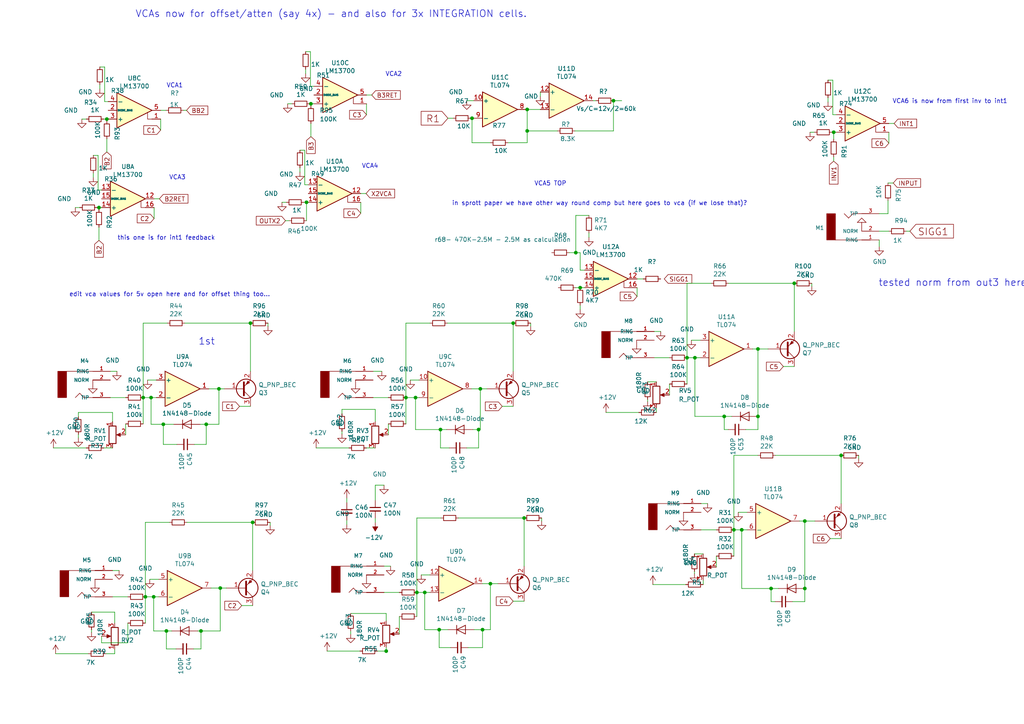
<source format=kicad_sch>
(kicad_sch (version 20211123) (generator eeschema)
  (paper "A4")
  (junction (at 138.811 124.587))
  (junction (at 72.644 93.726))
  (junction (at 112.014 188.849))
  (junction (at 152.908 37.973))
  (junction (at 123.19 171.831))
  (junction (at 212.852 153.67))
  (junction (at 58.293 183.007))
  (junction (at 168.275 83.439))
  (junction (at 73.279 151.511))
  (junction (at 201.549 103.759))
  (junction (at 90.17 30.099))
  (junction (at 59.817 123.063))
  (junction (at 152.019 150.241))
  (junction (at 177.927 29.21))
  (junction (at 199.263 103.759))
  (junction (at 148.844 93.726))
  (junction (at 63.881 170.561))
  (junction (at 233.426 151.13))
  (junction (at 210.058 120.777))
  (junction (at 43.815 115.316))
  (junction (at 41.529 115.316))
  (junction (at 215.138 153.67))
  (junction (at 233.426 170.688))
  (junction (at 136.906 34.29))
  (junction (at 28.702 60.198))
  (junction (at 219.837 101.219))
  (junction (at 241.808 38.354))
  (junction (at 120.523 115.316))
  (junction (at 127.762 124.587))
  (junction (at 142.24 169.291))
  (junction (at 63.5 112.776))
  (junction (at 88.9 58.674))
  (junction (at 48.26 183.007))
  (junction (at 230.378 82.169))
  (junction (at 139.954 182.626))
  (junction (at 47.371 123.063))
  (junction (at 44.577 173.101))
  (junction (at 30.988 34.544))
  (junction (at 120.904 171.831))
  (junction (at 243.967 132.08))
  (junction (at 127.381 182.626))
  (junction (at 167.005 73.279))
  (junction (at 223.647 170.688))
  (junction (at 152.908 31.75))
  (junction (at 42.164 173.101))
  (junction (at 139.319 112.776))
  (junction (at 117.729 115.316))
  (junction (at 219.837 120.777))
  (wire (pts (xy 241.554 33.274) (xy 242.57 33.274)))
  (wire (pts (xy 32.004 115.316) (xy 36.449 115.316)))
  (wire (pts (xy 118.999 110.236) (xy 121.539 110.236)))
  (wire (pts (xy 29.464 184.531) (xy 29.464 186.436)))
  (wire (pts (xy 257.556 58.166) (xy 257.556 61.976)))
  (wire (pts (xy 127.762 124.587) (xy 127.762 129.921)))
  (wire (pts (xy 212.852 153.67) (xy 215.138 153.67)))
  (wire (pts (xy 63.5 123.063) (xy 63.5 112.776)))
  (wire (pts (xy 22.733 119.634) (xy 22.733 120.904)))
  (wire (pts (xy 136.779 112.776) (xy 139.319 112.776)))
  (wire (pts (xy 135.382 129.921) (xy 138.811 129.921)))
  (wire (pts (xy 42.799 110.236) (xy 45.339 110.236)))
  (wire (pts (xy 117.729 93.726) (xy 124.714 93.726)))
  (wire (pts (xy 28.702 65.913) (xy 28.702 69.723)))
  (wire (pts (xy -39.116 3.302) (xy -36.576 3.302)))
  (wire (pts (xy 168.275 73.279) (xy 168.275 78.359)))
  (wire (pts (xy 167.005 73.279) (xy 167.005 62.484)))
  (wire (pts (xy 189.357 169.545) (xy 198.882 169.545)))
  (wire (pts (xy 241.3 38.354) (xy 241.808 38.354)))
  (wire (pts (xy 42.164 151.511) (xy 49.149 151.511)))
  (wire (pts (xy 63.5 112.776) (xy 65.024 112.776)))
  (wire (pts (xy 59.817 123.063) (xy 63.5 123.063)))
  (wire (pts (xy -60.325 73.914) (xy -60.325 69.469)))
  (wire (pts (xy 166.751 37.973) (xy 177.927 37.973)))
  (wire (pts (xy 229.87 174.498) (xy 233.426 174.498)))
  (wire (pts (xy 30.353 19.431) (xy 30.353 29.464)))
  (wire (pts (xy 82.804 64.008) (xy 83.82 64.008)))
  (wire (pts (xy -62.23 -34.798) (xy -60.325 -34.798)))
  (wire (pts (xy 152.908 31.75) (xy 152.908 37.973)))
  (wire (pts (xy 108.204 107.696) (xy 110.744 107.696)))
  (wire (pts (xy 215.138 153.67) (xy 215.138 170.688)))
  (wire (pts (xy 58.039 123.063) (xy 59.817 123.063)))
  (wire (pts (xy 120.523 124.587) (xy 120.523 115.316)))
  (wire (pts (xy 139.954 187.833) (xy 139.954 182.626)))
  (wire (pts (xy 148.844 174.371) (xy 152.019 174.371)))
  (wire (pts (xy 129.794 93.726) (xy 148.844 93.726)))
  (wire (pts (xy 56.388 128.905) (xy 59.817 128.905)))
  (wire (pts (xy 156.718 26.67) (xy 156.718 27.94)))
  (wire (pts (xy 112.014 187.706) (xy 112.014 188.849)))
  (wire (pts (xy 201.549 103.759) (xy 201.549 120.777)))
  (wire (pts (xy -85.725 -39.243) (xy -83.82 -39.243)))
  (wire (pts (xy 44.069 -34.29) (xy 44.069 -33.02)))
  (wire (pts (xy 99.187 118.745) (xy 99.187 120.015)))
  (wire (pts (xy 106.299 27.559) (xy 107.823 27.559)))
  (wire (pts (xy 139.319 112.776) (xy 141.224 112.776)))
  (wire (pts (xy 104.648 58.674) (xy 104.648 61.849)))
  (wire (pts (xy 23.749 34.544) (xy 25.019 34.544)))
  (wire (pts (xy 210.058 124.587) (xy 211.201 124.587)))
  (wire (pts (xy -60.452 53.213) (xy -60.452 54.483)))
  (wire (pts (xy 152.908 37.973) (xy 161.671 37.973)))
  (wire (pts (xy -12.446 118.11) (xy -9.906 118.11)))
  (wire (pts (xy -3.048 -44.577) (xy -1.143 -44.577)))
  (wire (pts (xy 48.26 183.007) (xy 49.784 183.007)))
  (wire (pts (xy 43.815 115.316) (xy 43.815 123.063)))
  (wire (pts (xy 111.379 171.831) (xy 115.824 171.831)))
  (wire (pts (xy 30.353 29.464) (xy 31.369 29.464)))
  (wire (pts (xy -20.701 121.92) (xy -20.701 123.19)))
  (wire (pts (xy 58.293 183.007) (xy 58.293 188.214)))
  (wire (pts (xy 90.17 30.099) (xy 91.059 30.099)))
  (wire (pts (xy -60.452 59.563) (xy -60.452 60.833)))
  (wire (pts (xy 100.584 150.876) (xy 100.584 152.146)))
  (wire (pts (xy 1.016 -29.718) (xy 1.016 -28.448)))
  (wire (pts (xy 70.104 175.641) (xy 73.279 175.641)))
  (wire (pts (xy 120.904 171.831) (xy 120.904 178.816)))
  (wire (pts (xy 203.327 146.05) (xy 205.232 146.05)))
  (wire (pts (xy 234.95 38.354) (xy 236.22 38.354)))
  (wire (pts (xy 241.808 38.354) (xy 241.808 40.386)))
  (wire (pts (xy 257.556 53.086) (xy 259.08 53.086)))
  (wire (pts (xy 255.016 69.596) (xy 255.016 71.501)))
  (wire (pts (xy 136.906 34.29) (xy 136.906 41.402)))
  (wire (pts (xy -75.565 8.255) (xy -73.66 8.255)))
  (wire (pts (xy 101.727 183.007) (xy 101.727 183.896)))
  (wire (pts (xy 78.359 151.511) (xy 78.359 152.4)))
  (wire (pts (xy 28.194 60.198) (xy 28.702 60.198)))
  (wire (pts (xy 101.727 177.927) (xy 112.014 177.927)))
  (wire (pts (xy 30.099 129.921) (xy 32.639 129.921)))
  (wire (pts (xy 203.327 153.67) (xy 207.772 153.67)))
  (wire (pts (xy -37.084 -44.958) (xy -37.084 -43.053)))
  (wire (pts (xy 139.319 124.587) (xy 139.319 112.776)))
  (wire (pts (xy 136.906 34.29) (xy 137.414 34.29)))
  (wire (pts (xy 48.26 183.007) (xy 48.26 188.214)))
  (wire (pts (xy 122.174 166.751) (xy 124.714 166.751)))
  (wire (pts (xy 215.138 153.67) (xy 216.662 153.67)))
  (wire (pts (xy 83.439 30.099) (xy 84.709 30.099)))
  (wire (pts (xy 72.644 93.726) (xy 72.644 107.696)))
  (wire (pts (xy 231.902 151.13) (xy 233.426 151.13)))
  (wire (pts (xy 88.392 43.561) (xy 88.392 53.594)))
  (wire (pts (xy 262.89 67.056) (xy 263.906 67.056)))
  (wire (pts (xy 33.274 188.341) (xy 33.274 189.611)))
  (wire (pts (xy 27.051 45.085) (xy 28.448 45.085)))
  (wire (pts (xy -42.545 132.588) (xy -42.545 133.731)))
  (wire (pts (xy -47.371 13.462) (xy -47.371 14.732)))
  (wire (pts (xy 88.138 58.674) (xy 88.9 58.674)))
  (wire (pts (xy 44.704 60.198) (xy 44.704 63.373)))
  (wire (pts (xy 123.19 171.831) (xy 124.714 171.831)))
  (wire (pts (xy 117.729 115.316) (xy 120.523 115.316)))
  (wire (pts (xy 224.917 132.08) (xy 243.967 132.08)))
  (wire (pts (xy 112.014 177.927) (xy 112.014 180.086)))
  (wire (pts (xy 147.32 41.402) (xy 152.908 41.402)))
  (wire (pts (xy 127.762 124.587) (xy 129.54 124.587)))
  (wire (pts (xy 210.058 120.777) (xy 210.058 124.587)))
  (wire (pts (xy 135.382 29.21) (xy 137.414 29.21)))
  (wire (pts (xy 184.785 80.899) (xy 186.563 80.899)))
  (wire (pts (xy 255.016 61.976) (xy 257.556 61.976)))
  (wire (pts (xy 30.988 34.544) (xy 31.369 34.544)))
  (wire (pts (xy 240.157 23.241) (xy 241.554 23.241)))
  (wire (pts (xy -57.658 -53.594) (xy -57.658 -52.324)))
  (wire (pts (xy 120.523 124.587) (xy 127.762 124.587)))
  (wire (pts (xy 26.543 177.546) (xy 33.274 177.546)))
  (wire (pts (xy 152.019 150.241) (xy 152.019 164.211)))
  (wire (pts (xy -49.403 -59.309) (xy -49.403 -63.754)))
  (wire (pts (xy 108.839 150.241) (xy 108.839 151.511)))
  (wire (pts (xy -60.325 69.469) (xy -57.785 69.469)))
  (wire (pts (xy 99.187 118.745) (xy 108.839 118.745)))
  (wire (pts (xy 58.293 188.214) (xy 56.134 188.214)))
  (wire (pts (xy 212.852 132.08) (xy 219.837 132.08)))
  (wire (pts (xy 112.014 188.849) (xy 112.014 188.976)))
  (wire (pts (xy 131.445 34.29) (xy 129.921 34.29)))
  (wire (pts (xy 200.533 98.679) (xy 203.073 98.679)))
  (wire (pts (xy 53.594 93.726) (xy 72.644 93.726)))
  (wire (pts (xy 29.464 186.436) (xy 37.084 186.436)))
  (wire (pts (xy 41.529 115.316) (xy 41.529 122.936)))
  (wire (pts (xy 42.164 173.101) (xy 42.164 151.511)))
  (wire (pts (xy 30.099 34.544) (xy 30.988 34.544)))
  (wire (pts (xy 145.669 117.856) (xy 148.844 117.856)))
  (wire (pts (xy 199.263 103.759) (xy 199.263 82.169)))
  (wire (pts (xy 112.649 122.936) (xy 112.649 126.111)))
  (wire (pts (xy 90.17 30.734) (xy 90.17 30.099)))
  (wire (pts (xy 91.694 129.921) (xy 101.219 129.921)))
  (wire (pts (xy 37.084 180.721) (xy 37.084 186.436)))
  (wire (pts (xy 153.924 93.726) (xy 153.924 94.615)))
  (wire (pts (xy 240.792 156.21) (xy 243.967 156.21)))
  (wire (pts (xy 36.449 122.936) (xy 36.449 126.111)))
  (wire (pts (xy 120.904 171.831) (xy 120.904 150.241)))
  (wire (pts (xy 30.734 189.611) (xy 33.274 189.611)))
  (wire (pts (xy 152.654 31.75) (xy 152.908 31.75)))
  (wire (pts (xy 52.324 -40.005) (xy 52.324 -44.45)))
  (wire (pts (xy 177.927 29.21) (xy 180.34 29.21)))
  (wire (pts (xy 42.164 173.101) (xy 44.577 173.101)))
  (wire (pts (xy 257.81 35.814) (xy 259.334 35.814)))
  (wire (pts (xy 28.702 60.833) (xy 28.702 60.198)))
  (wire (pts (xy 52.324 -44.45) (xy 54.864 -44.45)))
  (wire (pts (xy 86.995 48.641) (xy 86.995 49.911)))
  (wire (pts (xy 201.549 103.759) (xy 203.073 103.759)))
  (wire (pts (xy 89.789 30.099) (xy 90.17 30.099)))
  (wire (pts (xy -88.519 16.637) (xy -88.519 18.161)))
  (wire (pts (xy 227.203 106.299) (xy 230.378 106.299)))
  (wire (pts (xy 22.733 119.634) (xy 32.639 119.634)))
  (wire (pts (xy 137.541 182.626) (xy 139.954 182.626)))
  (wire (pts (xy 171.958 29.21) (xy 172.847 29.21)))
  (wire (pts (xy 175.768 119.634) (xy 185.293 119.634)))
  (wire (pts (xy 168.275 78.359) (xy 169.545 78.359)))
  (wire (pts (xy 43.815 123.063) (xy 47.371 123.063)))
  (wire (pts (xy 42.164 173.101) (xy 42.164 180.721)))
  (wire (pts (xy 210.058 120.777) (xy 212.217 120.777)))
  (wire (pts (xy 32.639 173.101) (xy 37.084 173.101)))
  (wire (pts (xy 15.494 129.921) (xy 25.019 129.921)))
  (wire (pts (xy 218.313 101.219) (xy 219.837 101.219)))
  (wire (pts (xy 241.554 23.241) (xy 241.554 33.274)))
  (wire (pts (xy 187.833 115.824) (xy 187.833 116.459)))
  (wire (pts (xy 33.274 177.546) (xy 33.274 180.721)))
  (wire (pts (xy 44.069 -41.529) (xy 44.069 -39.37)))
  (wire (pts (xy 138.811 124.587) (xy 139.319 124.587)))
  (wire (pts (xy 44.704 57.658) (xy 46.228 57.658)))
  (wire (pts (xy 243.967 132.08) (xy 243.967 146.05)))
  (wire (pts (xy 241.808 38.354) (xy 242.57 38.354)))
  (wire (pts (xy 136.525 34.29) (xy 136.906 34.29)))
  (wire (pts (xy 152.908 37.973) (xy 152.908 41.402)))
  (wire (pts (xy 30.988 40.259) (xy 30.988 44.069)))
  (wire (pts (xy 127.381 182.626) (xy 129.921 182.626)))
  (wire (pts (xy 157.099 150.241) (xy 157.099 151.13)))
  (wire (pts (xy 127.381 182.626) (xy 127.381 187.833)))
  (wire (pts (xy 43.434 168.021) (xy 45.974 168.021)))
  (wire (pts (xy 94.869 188.849) (xy 104.394 188.849)))
  (wire (pts (xy 152.908 31.75) (xy 156.718 31.75)))
  (wire (pts (xy 90.17 35.814) (xy 90.17 39.624)))
  (wire (pts (xy 138.811 129.921) (xy 138.811 124.587)))
  (wire (pts (xy 88.646 20.066) (xy 88.646 21.336)))
  (wire (pts (xy 88.9 58.674) (xy 88.9 64.008)))
  (wire (pts (xy -20.701 128.27) (xy -20.701 129.54)))
  (wire (pts (xy 117.729 115.316) (xy 117.729 122.936)))
  (wire (pts (xy -42.545 116.459) (xy -42.545 117.348)))
  (wire (pts (xy 28.956 24.511) (xy 28.956 25.781)))
  (wire (pts (xy 26.543 182.626) (xy 26.543 183.388)))
  (wire (pts (xy 111.379 164.211) (xy 113.284 164.211)))
  (wire (pts (xy 47.371 128.905) (xy 51.308 128.905)))
  (wire (pts (xy 123.19 171.831) (xy 123.19 182.626)))
  (wire (pts (xy 194.183 111.379) (xy 194.183 114.554)))
  (wire (pts (xy 16.129 189.611) (xy 25.654 189.611)))
  (wire (pts (xy -57.658 -59.944) (xy -57.658 -58.674)))
  (wire (pts (xy 22.733 125.984) (xy 22.733 127)))
  (wire (pts (xy 86.995 43.561) (xy 88.392 43.561)))
  (wire (pts (xy 47.371 123.063) (xy 47.371 128.905)))
  (wire (pts (xy 148.844 93.726) (xy 148.844 107.696)))
  (wire (pts (xy 41.529 93.726) (xy 48.514 93.726)))
  (wire (pts (xy 53.213 32.004) (xy 54.102 32.004)))
  (wire (pts (xy 28.448 45.085) (xy 28.448 55.118)))
  (wire (pts (xy 47.371 123.063) (xy 50.419 123.063)))
  (wire (pts (xy 48.26 188.214) (xy 51.054 188.214)))
  (wire (pts (xy 88.9 58.674) (xy 89.408 58.674)))
  (wire (pts (xy 203.962 168.275) (xy 203.962 169.545)))
  (wire (pts (xy -75.946 59.944) (xy -75.946 61.087)))
  (wire (pts (xy 108.839 145.161) (xy 108.839 140.716)))
  (wire (pts (xy 241.808 45.466) (xy 241.808 46.736)))
  (wire (pts (xy -47.371 6.223) (xy -47.371 8.382)))
  (wire (pts (xy 120.904 171.831) (xy 123.19 171.831)))
  (wire (pts (xy -37.084 -62.103) (xy -37.084 -60.198)))
  (wire (pts (xy 214.122 148.59) (xy 216.662 148.59)))
  (wire (pts (xy 46.609 32.004) (xy 48.133 32.004)))
  (wire (pts (xy 90.043 14.986) (xy 90.043 25.019)))
  (wire (pts (xy 44.577 173.101) (xy 45.974 173.101)))
  (wire (pts (xy 170.815 67.564) (xy 170.815 68.834)))
  (wire (pts (xy 43.815 115.316) (xy 45.339 115.316)))
  (wire (pts (xy -88.519 0) (xy -88.519 1.397)))
  (wire (pts (xy 201.549 120.777) (xy 210.058 120.777)))
  (wire (pts (xy 100.584 144.526) (xy 100.584 145.796)))
  (wire (pts (xy 99.187 125.095) (xy 99.187 125.857)))
  (wire (pts (xy -75.946 76.327) (xy -75.946 77.343)))
  (wire (pts (xy 73.279 151.511) (xy 73.279 165.481)))
  (wire (pts (xy 199.263 103.759) (xy 201.549 103.759)))
  (wire (pts (xy 255.016 67.056) (xy 257.81 67.056)))
  (wire (pts (xy 44.577 183.007) (xy 48.26 183.007)))
  (wire (pts (xy 106.299 129.921) (xy 108.839 129.921)))
  (wire (pts (xy 127.381 187.833) (xy 130.683 187.833)))
  (wire (pts (xy 199.263 82.169) (xy 206.248 82.169)))
  (wire (pts (xy 167.005 83.439) (xy 168.275 83.439)))
  (wire (pts (xy 108.839 140.716) (xy 111.379 140.716)))
  (wire (pts (xy 216.281 124.587) (xy 219.837 124.587)))
  (wire (pts (xy 257.81 38.354) (xy 257.81 41.529)))
  (wire (pts (xy 41.529 115.316) (xy 41.529 93.726)))
  (wire (pts (xy 219.837 101.219) (xy 222.758 101.219)))
  (wire (pts (xy 219.837 124.587) (xy 219.837 120.777)))
  (wire (pts (xy 106.299 30.099) (xy 106.299 33.274)))
  (wire (pts (xy 235.458 82.169) (xy 235.458 83.058)))
  (wire (pts (xy 165.1 73.279) (xy 167.005 73.279)))
  (wire (pts (xy 19.304 -26.035) (xy 19.304 -24.13)))
  (wire (pts (xy 90.043 25.019) (xy 91.059 25.019)))
  (wire (pts (xy 168.275 83.439) (xy 169.545 83.439)))
  (wire (pts (xy 32.004 107.696) (xy 33.909 107.696)))
  (wire (pts (xy -12.446 127.635) (xy -12.446 128.905)))
  (wire (pts (xy 115.824 178.816) (xy 115.824 183.896)))
  (wire (pts (xy -49.403 -54.229) (xy -49.403 -52.959)))
  (wire (pts (xy -39.116 7.747) (xy -39.116 3.302)))
  (wire (pts (xy 167.005 62.484) (xy 170.815 62.484)))
  (wire (pts (xy 120.523 115.316) (xy 121.539 115.316)))
  (wire (pts (xy 69.469 117.856) (xy 72.644 117.856)))
  (wire (pts (xy 212.852 153.67) (xy 212.852 132.08)))
  (wire (pts (xy 46.609 34.544) (xy 46.609 37.719)))
  (wire (pts (xy 230.378 82.169) (xy 230.378 96.139)))
  (wire (pts (xy 61.214 170.561) (xy 63.881 170.561)))
  (wire (pts (xy 132.969 150.241) (xy 152.019 150.241)))
  (wire (pts (xy 32.639 165.481) (xy 34.544 165.481)))
  (wire (pts (xy 58.293 183.007) (xy 63.881 183.007)))
  (wire (pts (xy 59.817 128.905) (xy 59.817 123.063)))
  (wire (pts (xy 184.785 83.439) (xy 184.785 85.979)))
  (wire (pts (xy 123.19 182.626) (xy 127.381 182.626)))
  (wire (pts (xy 233.426 151.13) (xy 233.426 170.688)))
  (wire (pts (xy 233.426 151.13) (xy 236.347 151.13)))
  (wire (pts (xy 136.906 41.402) (xy 142.24 41.402)))
  (wire (pts (xy 187.833 110.744) (xy 190.373 110.744)))
  (wire (pts (xy 108.204 115.316) (xy 112.649 115.316)))
  (wire (pts (xy 177.927 37.973) (xy 177.927 29.21)))
  (wire (pts (xy 28.448 55.118) (xy 29.464 55.118)))
  (wire (pts (xy 127.762 129.921) (xy 130.302 129.921)))
  (wire (pts (xy 52.324 -34.925) (xy 52.324 -33.655)))
  (wire (pts (xy 21.844 60.198) (xy 23.114 60.198)))
  (wire (pts (xy 28.956 19.431) (xy 30.353 19.431)))
  (wire (pts (xy 199.263 103.759) (xy 199.263 111.379)))
  (wire (pts (xy 28.702 60.198) (xy 29.464 60.198)))
  (wire (pts (xy 207.772 161.29) (xy 207.772 164.465)))
  (wire (pts (xy 88.646 14.986) (xy 90.043 14.986)))
  (wire (pts (xy 104.648 56.134) (xy 106.172 56.134)))
  (wire (pts (xy 81.788 58.674) (xy 83.058 58.674)))
  (wire (pts (xy 137.16 124.587) (xy 138.811 124.587)))
  (wire (pts (xy -76.2 26.162) (xy -74.295 26.162)))
  (wire (pts (xy 223.647 170.688) (xy 225.806 170.688)))
  (wire (pts (xy 142.24 182.626) (xy 142.24 169.291)))
  (wire (pts (xy 168.275 88.519) (xy 168.275 89.789)))
  (wire (pts (xy 189.738 96.139) (xy 191.643 96.139)))
  (wire (pts (xy 189.738 103.759) (xy 194.183 103.759)))
  (wire (pts (xy 211.328 82.169) (xy 230.378 82.169)))
  (wire (pts (xy 19.304 -43.18) (xy 19.304 -41.275)))
  (wire (pts (xy 27.051 50.165) (xy 27.051 51.435)))
  (wire (pts (xy 77.724 93.726) (xy 77.724 94.615)))
  (wire (pts (xy 117.729 115.316) (xy 117.729 93.726)))
  (wire (pts (xy 190.373 118.364) (xy 190.373 119.634)))
  (wire (pts (xy 135.763 187.833) (xy 139.954 187.833)))
  (wire (pts (xy 60.579 112.776) (xy 63.5 112.776)))
  (wire (pts (xy 167.005 73.279) (xy 168.275 73.279)))
  (wire (pts (xy 57.404 183.007) (xy 58.293 183.007)))
  (wire (pts (xy 201.422 165.735) (xy 201.422 166.37)))
  (wire (pts (xy -49.403 -63.754) (xy -46.863 -63.754)))
  (wire (pts (xy -12.446 122.555) (xy -12.446 118.11)))
  (wire (pts (xy 139.954 182.626) (xy 142.24 182.626)))
  (wire (pts (xy 63.881 183.007) (xy 63.881 170.561)))
  (wire (pts (xy 120.904 150.241) (xy 127.889 150.241)))
  (wire (pts (xy 139.954 169.291) (xy 142.24 169.291)))
  (wire (pts (xy 63.881 170.561) (xy 65.659 170.561)))
  (wire (pts (xy 201.422 160.655) (xy 203.962 160.655)))
  (wire (pts (xy 41.529 115.316) (xy 43.815 115.316)))
  (wire (pts (xy 108.839 118.745) (xy 108.839 122.301)))
  (wire (pts (xy 30.988 35.179) (xy 30.988 34.544)))
  (wire (pts (xy -60.325 78.994) (xy -60.325 80.264)))
  (wire (pts (xy 215.138 170.688) (xy 223.647 170.688)))
  (wire (pts (xy 54.229 151.511) (xy 73.279 151.511)))
  (wire (pts (xy 223.647 170.688) (xy 223.647 174.498)))
  (wire (pts (xy 88.392 53.594) (xy 89.408 53.594)))
  (wire (pts (xy 223.647 174.498) (xy 224.79 174.498)))
  (wire (pts (xy 240.157 28.321) (xy 240.157 29.591)))
  (wire (pts (xy 32.639 119.634) (xy 32.639 122.301)))
  (wire (pts (xy 249.047 132.08) (xy 249.047 132.969)))
  (wire (pts (xy 44.577 173.101) (xy 44.577 183.007)))
  (wire (pts (xy 109.474 188.849) (xy 112.014 188.849)))
  (wire (pts (xy 233.426 174.498) (xy 233.426 170.688)))
  (wire (pts (xy -39.116 12.827) (xy -39.116 14.097)))
  (wire (pts (xy 142.24 169.291) (xy 144.399 169.291)))
  (wire (pts (xy 219.837 101.219) (xy 219.837 120.777)))
  (wire (pts (xy 212.852 153.67) (xy 212.852 161.29)))
  (text "VCA3\n" (at 49.022 52.324 0) (effects (font (size 1.27 1.27)) (justify left bottom)))
  (text "VCA2" (at 111.76 22.352 0) (effects (font (size 1.27 1.27)) (justify left bottom)))
  (text "U11 - 074\n" (at -69.85 105.664 0) (effects (font (size 2.0066 2.0066)) (justify left bottom)))
  (text "in sprott paper we have other way round comp but here goes to vca (if we lose that)?" (at 131.064 59.817 0) (effects (font (size 1.27 1.27)) (justify left bottom)))
  (text "VCAs now for offset/atten (say 4x) - and also for 3x INTEGRATION cells." (at 39.243 5.334 0) (effects (font (size 2 2)) (justify left bottom)))
  (text "U12 - LM13700\n" (at -112.268 -10.922 0) (effects (font (size 2.0066 2.0066)) (justify left bottom)))
  (text "edit vca values for 5v open here and for offset thing too..." (at 20.066 86.233 0) (effects (font (size 1.27 1.27)) (justify left bottom)))
  (text "tested norm from out3 here" (at 254.762 83.312 0) (effects (font (size 2.0066 2.0066)) (justify left bottom)))
  (text "1st\n" (at 57.5056 100.33 0) (effects (font (size 2.0066 2.0066)) (justify left bottom)))
  (text "VCA5 TOP" (at 154.94 54.102 0) (effects (font (size 1.27 1.27)) (justify left bottom)))
  (text "VCA1\n" (at 48.26 25.654 0) (effects (font (size 1.27 1.27)) (justify left bottom)))
  (text "this one is for int1 feedback " (at 34.036 69.85 0) (effects (font (size 1.27 1.27)) (justify left bottom)))
  (text "VCA6 is now from first inv to int1" (at 258.826 30.226 0) (effects (font (size 1.27 1.27)) (justify left bottom)))
  (text "VCA4" (at 104.902 49.022 0) (effects (font (size 1.27 1.27)) (justify left bottom)))
  (text "U9 - 074\n" (at -82.169 52.578 0) (effects (font (size 2.0066 2.0066)) (justify left bottom)))
  (text "U8-LM13700" (at -86.614 -50.419 0) (effects (font (size 2.0066 2.0066)) (justify left bottom)))
  (text "U10 - LM13700\n" (at -6.604 -60.325 0) (effects (font (size 2.0066 2.0066)) (justify left bottom)))
  (global_label "C1" (shape input) (at 69.469 117.856 180) (property "Intersheet References" "${INTERSHEET_REFS}" (effects hide)))
  (global_label "INT1" (shape input) (at 259.334 35.814 0) (property "Intersheet References" "${INTERSHEET_REFS}" (effects hide)))
  (global_label "C5" (shape input) (at 227.203 106.299 180) (property "Intersheet References" "${INTERSHEET_REFS}" (effects hide)))
  (global_label "C4" (shape input) (at 148.844 174.371 180) (property "Intersheet References" "${INTERSHEET_REFS}" (effects hide)))
  (global_label "R1" (shape input) (at 129.921 34.29 180) (effects (font (size 2.0066 2.0066))) (property "Intersheet References" "${INTERSHEET_REFS}" (effects hide)))
  (global_label "C2" (shape input) (at 44.704 63.373 180) (property "Intersheet References" "${INTERSHEET_REFS}" (effects hide)))
  (global_label "INV1" (shape input) (at 241.808 46.736 270) (property "Intersheet References" "${INTERSHEET_REFS}" (effects hide)))
  (global_label "C1" (shape input) (at 46.609 37.719 180) (property "Intersheet References" "${INTERSHEET_REFS}" (effects hide)))
  (global_label "BB2" (shape input) (at 54.102 32.004 0) (property "Intersheet References" "${INTERSHEET_REFS}" (effects hide)))
  (global_label "SIGG1" (shape input) (at 192.659 80.899 0) (property "Intersheet References" "${INTERSHEET_REFS}" (effects hide)))
  (global_label "C2" (shape input) (at 70.104 175.641 180) (property "Intersheet References" "${INTERSHEET_REFS}" (effects hide)))
  (global_label "C3" (shape input) (at 145.669 117.856 180) (property "Intersheet References" "${INTERSHEET_REFS}" (effects hide)))
  (global_label "C6" (shape input) (at 257.81 41.529 180) (property "Intersheet References" "${INTERSHEET_REFS}" (effects hide)))
  (global_label "X2VCA" (shape input) (at 106.172 56.134 0) (property "Intersheet References" "${INTERSHEET_REFS}" (effects hide)))
  (global_label "C3" (shape input) (at 106.299 33.274 180) (property "Intersheet References" "${INTERSHEET_REFS}" (effects hide)))
  (global_label "INPUT" (shape input) (at 259.08 53.086 0) (property "Intersheet References" "${INTERSHEET_REFS}" (effects hide)))
  (global_label "C4" (shape input) (at 104.648 61.849 180) (property "Intersheet References" "${INTERSHEET_REFS}" (effects hide)))
  (global_label "B2" (shape input) (at 28.702 69.723 270) (property "Intersheet References" "${INTERSHEET_REFS}" (effects hide)))
  (global_label "OUTX2" (shape input) (at 82.804 64.008 180) (property "Intersheet References" "${INTERSHEET_REFS}" (effects hide)))
  (global_label "B3" (shape input) (at 90.17 39.624 270) (property "Intersheet References" "${INTERSHEET_REFS}" (effects hide)))
  (global_label "SIGG1" (shape input) (at 263.906 67.056 0) (effects (font (size 2.0066 2.0066))) (property "Intersheet References" "${INTERSHEET_REFS}" (effects hide)))
  (global_label "B3RET" (shape input) (at 107.823 27.559 0) (property "Intersheet References" "${INTERSHEET_REFS}" (effects hide)))
  (global_label "B2" (shape input) (at 30.988 44.069 270) (property "Intersheet References" "${INTERSHEET_REFS}" (effects hide)))
  (global_label "C6" (shape input) (at 240.792 156.21 180) (property "Intersheet References" "${INTERSHEET_REFS}" (effects hide)))
  (global_label "C5" (shape input) (at 184.785 85.979 180) (property "Intersheet References" "${INTERSHEET_REFS}" (effects hide)))
  (global_label "B2RET" (shape input) (at 46.228 57.658 0) (property "Intersheet References" "${INTERSHEET_REFS}" (effects hide)))
  (symbol (lib_id "Device:R_Small") (at 38.989 122.936 270) (unit 1)
    (property "Reference" "R41" (at 38.989 117.9576 90))
    (property "Value" "100k" (at 38.989 120.269 90))
    (property "Footprint" "Resistor_SMD:R_0805_2012Metric" (effects hide))
  )
  (symbol (lib_id "Device:R_Small") (at 115.189 122.936 270) (unit 1)
    (property "Reference" "R57" (at 115.189 117.9576 90))
    (property "Value" "100K" (at 115.189 120.269 90))
    (property "Footprint" "Resistor_SMD:R_0805_2012Metric" (effects hide))
  )
  (symbol (lib_id "Device:R_Small") (at 118.364 178.816 270) (unit 1)
    (property "Reference" "R59" (at 118.364 173.8376 90))
    (property "Value" "100K" (at 118.364 176.149 90))
    (property "Footprint" "Resistor_SMD:R_0805_2012Metric" (effects hide))
  )
  (symbol (lib_id "Device:R_Small") (at 39.624 180.721 270) (unit 1)
    (property "Reference" "R43" (at 39.624 175.7426 90))
    (property "Value" "100K" (at 39.624 178.054 90))
    (property "Footprint" "Resistor_SMD:R_0805_2012Metric" (effects hide))
  )
  (symbol (lib_id "Device:R_Potentiometer") (at 32.639 126.111 0) (unit 1)
    (property "Reference" "RV1" (at 30.861 124.9426 0) (effects (justify right)))
    (property "Value" "R_POT" (at 30.861 127.254 0) (effects (justify right)))
    (property "Footprint" "new_kicad:Potentiometer_Alps-RK09" (effects hide))
  )
  (symbol (lib_id "power:GND") (at 22.733 127 0) (unit 1)
    (property "Reference" "#PWR083" (effects hide))
    (property "Value" "GND" (at 21.463 123.825 0))
  )
  (symbol (lib_id "Device:R_Small") (at 27.559 129.921 270) (unit 1)
    (property "Reference" "R37" (at 28.194 129.286 90))
    (property "Value" "7K" (at 25.654 132.461 90))
    (property "Footprint" "Resistor_SMD:R_0805_2012Metric" (effects hide))
  )
  (symbol (lib_id "toad2-rescue:+12V-power-allcolours_analogue-rescue") (at 15.494 129.921 0) (unit 1)
    (property "Reference" "#PWR079" (effects hide))
    (property "Value" "+12V-power" (at 15.875 125.5268 0))
  )
  (symbol (lib_id "Device:R_Potentiometer") (at 33.274 184.531 180) (unit 1)
    (property "Reference" "RV2" (at 35.052 185.6994 0) (effects (justify right)))
    (property "Value" "R_POT" (at 35.052 183.388 0) (effects (justify right)))
    (property "Footprint" "new_kicad:Potentiometer_Alps-RK09" (effects hide))
  )
  (symbol (lib_id "power:GND") (at 26.543 183.388 0) (unit 1)
    (property "Reference" "#PWR084" (effects hide))
    (property "Value" "GND" (at 25.273 180.213 0))
  )
  (symbol (lib_id "Device:R_Small") (at 28.194 189.611 270) (unit 1)
    (property "Reference" "R39" (at 28.829 188.976 90))
    (property "Value" "7K" (at 26.289 192.151 90))
    (property "Footprint" "Resistor_SMD:R_0805_2012Metric" (effects hide))
  )
  (symbol (lib_id "toad2-rescue:+12V-power-allcolours_analogue-rescue") (at 16.129 189.611 0) (unit 1)
    (property "Reference" "#PWR080" (effects hide))
    (property "Value" "+12V-power" (at 16.51 185.2168 0))
  )
  (symbol (lib_id "Device:R_Potentiometer") (at 112.014 183.896 0) (unit 1)
    (property "Reference" "RV4" (at 110.236 182.7276 0) (effects (justify right)))
    (property "Value" "R_POT" (at 110.236 185.039 0) (effects (justify right)))
    (property "Footprint" "new_kicad:Potentiometer_Alps-RK09" (effects hide))
  )
  (symbol (lib_id "power:GND") (at 101.727 183.896 0) (unit 1)
    (property "Reference" "#PWR0102" (effects hide))
    (property "Value" "GND" (at 100.457 180.721 0))
  )
  (symbol (lib_id "Device:R_Small") (at 106.934 188.849 270) (unit 1)
    (property "Reference" "R55" (at 107.569 188.214 90))
    (property "Value" "7K" (at 105.029 191.389 90))
    (property "Footprint" "Resistor_SMD:R_0805_2012Metric" (effects hide))
  )
  (symbol (lib_id "toad2-rescue:+12V-power-allcolours_analogue-rescue") (at 94.869 188.849 0) (unit 1)
    (property "Reference" "#PWR098" (effects hide))
    (property "Value" "+12V-power" (at 95.25 184.4548 0))
  )
  (symbol (lib_id "Device:R_Potentiometer") (at 108.839 126.111 0) (unit 1)
    (property "Reference" "RV3" (at 107.061 124.9426 0) (effects (justify right)))
    (property "Value" "R_POT" (at 107.061 127.254 0) (effects (justify right)))
    (property "Footprint" "new_kicad:Potentiometer_Alps-RK09" (effects hide))
  )
  (symbol (lib_id "power:GND") (at 99.187 125.857 0) (unit 1)
    (property "Reference" "#PWR099" (effects hide))
    (property "Value" "GND" (at 97.917 122.682 0))
  )
  (symbol (lib_id "Device:R_Small") (at 103.759 129.921 270) (unit 1)
    (property "Reference" "R54" (at 103.9368 127.7112 90))
    (property "Value" "7K" (at 101.854 132.461 90))
    (property "Footprint" "Resistor_SMD:R_0805_2012Metric" (effects hide))
  )
  (symbol (lib_id "toad2-rescue:+12V-power-allcolours_analogue-rescue") (at 91.694 129.921 0) (unit 1)
    (property "Reference" "#PWR097" (effects hide))
    (property "Value" "+12V-power" (at 92.075 125.5268 0))
  )
  (symbol (lib_id "Amplifier_Operational:TL074") (at 52.959 112.776 0) (unit 1)
    (property "Reference" "U9" (at 52.959 103.4542 0))
    (property "Value" "TL074" (at 52.959 105.7656 0))
    (property "Footprint" "Package_SO:SOIC-14_3.9x8.7mm_P1.27mm" (effects hide))
    (property "Datasheet" "http://www.ti.com/lit/ds/symlink/tl071.pdf" (effects hide))
  )
  (symbol (lib_id "Amplifier_Operational:TL074") (at 53.594 170.561 0) (unit 2)
    (property "Reference" "U9" (at 53.594 161.2392 0))
    (property "Value" "TL074" (at 53.594 163.5506 0))
    (property "Footprint" "Package_SO:SOIC-14_3.9x8.7mm_P1.27mm" (effects hide))
    (property "Datasheet" "http://www.ti.com/lit/ds/symlink/tl071.pdf" (effects hide))
  )
  (symbol (lib_id "Amplifier_Operational:TL074") (at 129.159 112.776 0) (unit 3)
    (property "Reference" "U9" (at 129.159 103.4542 0))
    (property "Value" "TL074" (at 129.159 105.7656 0))
    (property "Footprint" "Package_SO:SOIC-14_3.9x8.7mm_P1.27mm" (effects hide))
    (property "Datasheet" "http://www.ti.com/lit/ds/symlink/tl071.pdf" (effects hide))
  )
  (symbol (lib_id "Amplifier_Operational:TL074") (at 132.334 169.291 0) (unit 4)
    (property "Reference" "U9" (at 132.334 159.9692 0))
    (property "Value" "TL074" (at 132.334 162.2806 0))
    (property "Footprint" "Package_SO:SOIC-14_3.9x8.7mm_P1.27mm" (effects hide))
    (property "Datasheet" "http://www.ti.com/lit/ds/symlink/tl071.pdf" (effects hide))
  )
  (symbol (lib_id "Device:C_Small") (at 100.584 148.336 0) (unit 1)
    (property "Reference" "C46" (at 102.9208 147.1676 0) (effects (justify left)))
    (property "Value" "100N" (at 102.9208 149.479 0) (effects (justify left)))
    (property "Footprint" "Capacitor_SMD:C_0805_2012Metric" (effects hide))
  )
  (symbol (lib_id "Device:C_Small") (at 108.839 147.701 0) (unit 1)
    (property "Reference" "C47" (at 111.1758 146.5326 0) (effects (justify left)))
    (property "Value" "100N" (at 111.1758 148.844 0) (effects (justify left)))
    (property "Footprint" "Capacitor_SMD:C_0805_2012Metric" (effects hide))
  )
  (symbol (lib_id "toad2-rescue:+12V-power-allcolours_analogue-rescue") (at 100.584 144.526 0) (unit 1)
    (property "Reference" "#PWR0100" (effects hide))
    (property "Value" "+12V-power" (at 100.965 140.1318 0))
  )
  (symbol (lib_id "power:-12V") (at 108.839 151.511 180) (unit 1)
    (property "Reference" "#PWR0103" (effects hide))
    (property "Value" "-12V" (at 108.458 155.9052 0))
  )
  (symbol (lib_id "power:GND") (at 100.584 152.146 0) (unit 1)
    (property "Reference" "#PWR0101" (effects hide))
    (property "Value" "GND" (at 99.314 148.971 0))
  )
  (symbol (lib_id "power:GND") (at 111.379 140.716 0) (unit 1)
    (property "Reference" "#PWR0105" (effects hide))
    (property "Value" "GND" (at 110.109 137.541 0))
  )
  (symbol (lib_id "Device:C_Small") (at -20.701 125.73 0) (unit 1)
    (property "Reference" "C42" (at -18.3642 124.5616 0) (effects (justify left)))
    (property "Value" "100N" (at -18.3642 126.873 0) (effects (justify left)))
    (property "Footprint" "Capacitor_SMD:C_0805_2012Metric" (effects hide))
  )
  (symbol (lib_id "Device:C_Small") (at -12.446 125.095 0) (unit 1)
    (property "Reference" "C43" (at -10.1092 123.9266 0) (effects (justify left)))
    (property "Value" "100N" (at -10.1092 126.238 0) (effects (justify left)))
    (property "Footprint" "Capacitor_SMD:C_0805_2012Metric" (effects hide))
  )
  (symbol (lib_id "toad2-rescue:+12V-power-allcolours_analogue-rescue") (at -20.701 121.92 0) (unit 1)
    (property "Reference" "#PWR073" (effects hide))
    (property "Value" "+12V-power" (at -20.32 117.5258 0))
  )
  (symbol (lib_id "power:-12V") (at -12.446 128.905 180) (unit 1)
    (property "Reference" "#PWR077" (effects hide))
    (property "Value" "-12V" (at -12.827 133.2992 0))
  )
  (symbol (lib_id "power:GND") (at -20.701 129.54 0) (unit 1)
    (property "Reference" "#PWR074" (effects hide))
    (property "Value" "GND" (at -21.971 126.365 0))
  )
  (symbol (lib_id "power:GND") (at -9.906 118.11 0) (unit 1)
    (property "Reference" "#PWR078" (effects hide))
    (property "Value" "GND" (at -11.176 114.935 0))
  )
  (symbol (lib_id "Amplifier_Operational:LM13700") (at 37.084 57.658 0) (unit 1)
    (property "Reference" "U8" (at 37.084 48.3362 0))
    (property "Value" "LM13700" (at 37.084 50.6476 0))
    (property "Footprint" "Package_SO:SOIC-16_3.9x9.9mm_P1.27mm" (effects hide))
    (property "Datasheet" "http://www.ti.com/lit/ds/symlink/lm13700.pdf" (effects hide))
  )
  (symbol (lib_id "Amplifier_Operational:LM13700") (at -52.705 -34.798 0) (unit 2)
    (property "Reference" "U8" (at -55.245 -43.6372 0))
    (property "Value" "LM13700" (at -55.245 -41.3258 0))
    (property "Footprint" "Package_SO:SOIC-16_3.9x9.9mm_P1.27mm" (effects hide))
    (property "Datasheet" "http://www.ti.com/lit/ds/symlink/lm13700.pdf" (effects hide))
  )
  (symbol (lib_id "Amplifier_Operational:LM13700") (at 38.989 32.004 0) (unit 3)
    (property "Reference" "U8" (at 38.989 22.6822 0))
    (property "Value" "LM13700" (at 38.989 24.9936 0))
    (property "Footprint" "Package_SO:SOIC-16_3.9x9.9mm_P1.27mm" (effects hide))
    (property "Datasheet" "http://www.ti.com/lit/ds/symlink/lm13700.pdf" (effects hide))
  )
  (symbol (lib_id "Amplifier_Operational:LM13700") (at -76.2 -39.243 0) (unit 4)
    (property "Reference" "U8" (at -78.74 -48.0822 0))
    (property "Value" "LM13700" (at -78.74 -45.7708 0))
    (property "Footprint" "Package_SO:SOIC-16_3.9x9.9mm_P1.27mm" (effects hide))
    (property "Datasheet" "http://www.ti.com/lit/ds/symlink/lm13700.pdf" (effects hide))
  )
  (symbol (lib_id "Amplifier_Operational:LM13700") (at -34.544 -52.578 0) (unit 5)
    (property "Reference" "U8" (at -35.6108 -53.7464 0) (effects (justify left)))
    (property "Value" "LM13700" (at -35.6108 -51.435 0) (effects (justify left)))
    (property "Footprint" "Package_SO:SOIC-16_3.9x9.9mm_P1.27mm" (effects hide))
    (property "Datasheet" "http://www.ti.com/lit/ds/symlink/lm13700.pdf" (effects hide))
  )
  (symbol (lib_id "power:GND") (at -62.23 -34.798 0) (unit 1)
    (property "Reference" "#PWR072" (effects hide))
    (property "Value" "GND" (at -62.103 -30.4038 0))
  )
  (symbol (lib_id "power:GND") (at -85.725 -39.243 0) (unit 1)
    (property "Reference" "#PWR063" (effects hide))
    (property "Value" "GND" (at -85.598 -34.8488 0))
  )
  (symbol (lib_id "Device:R_Small") (at 28.956 21.971 180) (unit 1)
    (property "Reference" "R38" (at 32.131 26.289 0) (effects (justify right)))
    (property "Value" "1K" (at 30.4546 23.114 0) (effects (justify right)))
    (property "Footprint" "Resistor_SMD:R_0805_2012Metric" (effects hide))
  )
  (symbol (lib_id "power:GND") (at 28.956 25.781 0) (unit 1)
    (property "Reference" "#PWR086" (effects hide))
    (property "Value" "GND" (at 24.765 26.67 0))
  )
  (symbol (lib_id "toad2-rescue:+12V-power-allcolours_analogue-rescue") (at -37.084 -62.103 0) (unit 1)
    (property "Reference" "#PWR064" (effects hide))
    (property "Value" "+12V-power" (at -36.703 -66.4972 0))
  )
  (symbol (lib_id "power:-12V") (at -37.084 -43.053 180) (unit 1)
    (property "Reference" "#PWR065" (effects hide))
    (property "Value" "-12V" (at -37.465 -38.6588 0))
  )
  (symbol (lib_id "power:GND") (at 23.749 34.544 0) (unit 1)
    (property "Reference" "#PWR082" (effects hide))
    (property "Value" "GND" (at 20.574 32.004 0))
  )
  (symbol (lib_id "Device:R_Small") (at 27.559 34.544 270) (unit 1)
    (property "Reference" "R34" (at 26.289 29.718 90))
    (property "Value" "1K" (at 27.559 31.877 90))
    (property "Footprint" "Resistor_SMD:R_0805_2012Metric" (effects hide))
  )
  (symbol (lib_id "Device:Q_PNP_BEC") (at 70.104 112.776 0) (mirror x) (unit 1)
    (property "Reference" "Q3" (at 74.9554 113.9444 0) (effects (justify left)))
    (property "Value" "Q_PNP_BEC" (at 74.9554 111.633 0) (effects (justify left)))
    (property "Footprint" "Package_TO_SOT_SMD:TSOT-23" (effects hide))
  )
  (symbol (lib_id "Amplifier_Operational:LM13700") (at 177.165 80.899 0) (unit 1)
    (property "Reference" "U12" (at 177.165 71.5772 0))
    (property "Value" "LM13700" (at 177.165 73.8886 0))
    (property "Footprint" "Package_SO:SOIC-16_3.9x9.9mm_P1.27mm" (effects hide))
    (property "Datasheet" "http://www.ti.com/lit/ds/symlink/lm13700.pdf" (effects hide))
  )
  (symbol (lib_id "Amplifier_Operational:LM13700") (at -66.04 8.255 0) (unit 2)
    (property "Reference" "U12" (at -68.58 -0.5842 0))
    (property "Value" "LM13700" (at -68.58 1.7272 0))
    (property "Footprint" "Package_SO:SOIC-16_3.9x9.9mm_P1.27mm" (effects hide))
    (property "Datasheet" "http://www.ti.com/lit/ds/symlink/lm13700.pdf" (effects hide))
  )
  (symbol (lib_id "Amplifier_Operational:LM13700") (at 98.679 27.559 0) (unit 3)
    (property "Reference" "U10" (at 98.679 18.2372 0))
    (property "Value" "LM13700" (at 98.679 20.5486 0))
    (property "Footprint" "Package_SO:SOIC-16_3.9x9.9mm_P1.27mm" (effects hide))
    (property "Datasheet" "http://www.ti.com/lit/ds/symlink/lm13700.pdf" (effects hide))
  )
  (symbol (lib_id "Amplifier_Operational:LM13700") (at 6.477 -44.577 0) (unit 4)
    (property "Reference" "U10" (at 3.937 -53.4162 0))
    (property "Value" "LM13700" (at 3.937 -51.1048 0))
    (property "Footprint" "Package_SO:SOIC-16_3.9x9.9mm_P1.27mm" (effects hide))
    (property "Datasheet" "http://www.ti.com/lit/ds/symlink/lm13700.pdf" (effects hide))
  )
  (symbol (lib_id "Amplifier_Operational:LM13700") (at 21.844 -33.655 0) (unit 5)
    (property "Reference" "U10" (at 20.7772 -34.8234 0) (effects (justify left)))
    (property "Value" "LM13700" (at 20.7772 -32.512 0) (effects (justify left)))
    (property "Footprint" "Package_SO:SOIC-16_3.9x9.9mm_P1.27mm" (effects hide))
    (property "Datasheet" "http://www.ti.com/lit/ds/symlink/lm13700.pdf" (effects hide))
  )
  (symbol (lib_id "power:GND") (at -75.565 8.255 0) (unit 1)
    (property "Reference" "#PWR0136" (effects hide))
    (property "Value" "GND" (at -75.438 12.6492 0))
  )
  (symbol (lib_id "power:GND") (at -3.048 -44.577 0) (unit 1)
    (property "Reference" "#PWR0116" (effects hide))
    (property "Value" "GND" (at -2.921 -40.1828 0))
  )
  (symbol (lib_id "toad2-rescue:+12V-power-allcolours_analogue-rescue") (at 19.304 -43.18 0) (unit 1)
    (property "Reference" "#PWR075" (effects hide))
    (property "Value" "+12V-power" (at 19.685 -47.5742 0))
  )
  (symbol (lib_id "power:-12V") (at 19.304 -24.13 180) (unit 1)
    (property "Reference" "#PWR076" (effects hide))
    (property "Value" "-12V" (at 18.923 -19.7358 0))
  )
  (symbol (lib_id "Device:R_Small") (at 164.465 83.439 270) (unit 1)
    (property "Reference" "R69" (at 164.465 78.4606 90))
    (property "Value" "470K" (at 160.528 80.772 90))
    (property "Footprint" "Resistor_SMD:R_0805_2012Metric" (effects hide))
  )
  (symbol (lib_id "Device:R_Small") (at 168.275 85.979 180) (unit 1)
    (property "Reference" "R70" (at 169.7736 84.8106 0) (effects (justify right)))
    (property "Value" "4K7" (at 169.7736 87.122 0) (effects (justify right)))
    (property "Footprint" "Resistor_SMD:R_0805_2012Metric" (effects hide))
  )
  (symbol (lib_id "power:GND") (at 168.275 89.789 0) (unit 1)
    (property "Reference" "#PWR0132" (effects hide))
    (property "Value" "GND" (at 168.402 94.1832 0))
  )
  (symbol (lib_id "Device:R_Small") (at 51.054 93.726 270) (unit 1)
    (property "Reference" "R44" (at 51.054 88.7476 90))
    (property "Value" "22K" (at 51.054 91.059 90))
    (property "Footprint" "Resistor_SMD:R_0805_2012Metric" (effects hide))
  )
  (symbol (lib_id "Device:R_Small") (at 38.989 115.316 270) (unit 1)
    (property "Reference" "R40" (at 38.989 110.3376 90))
    (property "Value" "100K" (at 38.989 112.649 90))
    (property "Footprint" "Resistor_SMD:R_0805_2012Metric" (effects hide))
  )
  (symbol (lib_id "power:GND") (at 42.799 110.236 0) (unit 1)
    (property "Reference" "#PWR089" (effects hide))
    (property "Value" "GND" (at 41.529 107.061 0))
  )
  (symbol (lib_id "power:GND") (at 33.909 107.696 0) (unit 1)
    (property "Reference" "#PWR087" (effects hide))
    (property "Value" "GND" (at 32.639 104.521 0))
  )
  (symbol (lib_id "Device:Q_PNP_BEC") (at 70.739 170.561 0) (mirror x) (unit 1)
    (property "Reference" "Q4" (at 75.5904 171.7294 0) (effects (justify left)))
    (property "Value" "Q_PNP_BEC" (at 75.5904 169.418 0) (effects (justify left)))
    (property "Footprint" "Package_TO_SOT_SMD:TSOT-23" (effects hide))
  )
  (symbol (lib_id "Device:R_Small") (at 51.689 151.511 270) (unit 1)
    (property "Reference" "R45" (at 51.689 146.5326 90))
    (property "Value" "22K" (at 51.689 148.844 90))
    (property "Footprint" "Resistor_SMD:R_0805_2012Metric" (effects hide))
  )
  (symbol (lib_id "Device:R_Small") (at 39.624 173.101 270) (unit 1)
    (property "Reference" "R42" (at 39.624 168.1226 90))
    (property "Value" "100K" (at 39.624 170.434 90))
    (property "Footprint" "Resistor_SMD:R_0805_2012Metric" (effects hide))
  )
  (symbol (lib_id "power:GND") (at 43.434 168.021 0) (unit 1)
    (property "Reference" "#PWR090" (effects hide))
    (property "Value" "GND" (at 42.164 164.846 0))
  )
  (symbol (lib_id "power:GND") (at 34.544 165.481 0) (unit 1)
    (property "Reference" "#PWR088" (effects hide))
    (property "Value" "GND" (at 33.274 162.306 0))
  )
  (symbol (lib_id "Device:Q_PNP_BEC") (at 146.304 112.776 0) (mirror x) (unit 1)
    (property "Reference" "Q5" (at 151.1554 113.9444 0) (effects (justify left)))
    (property "Value" "Q_PNP_BEC" (at 151.1554 111.633 0) (effects (justify left)))
    (property "Footprint" "Package_TO_SOT_SMD:TSOT-23" (effects hide))
  )
  (symbol (lib_id "Device:R_Small") (at 127.254 93.726 270) (unit 1)
    (property "Reference" "R60" (at 127.254 88.7476 90))
    (property "Value" "22K" (at 127.254 91.059 90))
    (property "Footprint" "Resistor_SMD:R_0805_2012Metric" (effects hide))
  )
  (symbol (lib_id "Device:R_Small") (at 115.189 115.316 270) (unit 1)
    (property "Reference" "R56" (at 115.189 110.3376 90))
    (property "Value" "100K" (at 115.189 112.649 90))
    (property "Footprint" "Resistor_SMD:R_0805_2012Metric" (effects hide))
  )
  (symbol (lib_id "power:GND") (at 118.999 110.236 0) (unit 1)
    (property "Reference" "#PWR0108" (effects hide))
    (property "Value" "GND" (at 117.729 107.061 0))
  )
  (symbol (lib_id "power:GND") (at 110.744 107.696 0) (unit 1)
    (property "Reference" "#PWR0104" (effects hide))
    (property "Value" "GND" (at 109.474 104.521 0))
  )
  (symbol (lib_id "Device:Q_PNP_BEC") (at 149.479 169.291 0) (mirror x) (unit 1)
    (property "Reference" "Q6" (at 154.3304 170.4594 0) (effects (justify left)))
    (property "Value" "Q_PNP_BEC" (at 154.3304 168.148 0) (effects (justify left)))
    (property "Footprint" "Package_TO_SOT_SMD:TSOT-23" (effects hide))
  )
  (symbol (lib_id "Device:R_Small") (at 130.429 150.241 270) (unit 1)
    (property "Reference" "R61" (at 130.429 145.2626 90))
    (property "Value" "22K" (at 130.429 147.574 90))
    (property "Footprint" "Resistor_SMD:R_0805_2012Metric" (effects hide))
  )
  (symbol (lib_id "Device:R_Small") (at 118.364 171.831 270) (unit 1)
    (property "Reference" "R58" (at 118.364 166.8526 90))
    (property "Value" "100K" (at 118.364 169.164 90))
    (property "Footprint" "Resistor_SMD:R_0805_2012Metric" (effects hide))
  )
  (symbol (lib_id "power:GND") (at 122.174 166.751 0) (unit 1)
    (property "Reference" "#PWR0109" (effects hide))
    (property "Value" "GND" (at 120.904 163.576 0))
  )
  (symbol (lib_id "power:GND") (at 113.284 164.211 0) (unit 1)
    (property "Reference" "#PWR0106" (effects hide))
    (property "Value" "GND" (at 112.014 161.036 0))
  )
  (symbol (lib_id "power:GND") (at 156.718 27.94 0) (unit 1)
    (property "Reference" "#PWR0127" (effects hide))
    (property "Value" "GND" (at 154.051 27.94 0))
  )
  (symbol (lib_id "Device:C_Small") (at 44.069 -36.83 0) (unit 1)
    (property "Reference" "C52" (at 46.4058 -37.9984 0) (effects (justify left)))
    (property "Value" "100N" (at 46.4058 -35.687 0) (effects (justify left)))
    (property "Footprint" "Capacitor_SMD:C_0805_2012Metric" (effects hide))
  )
  (symbol (lib_id "Device:C_Small") (at 52.324 -37.465 0) (unit 1)
    (property "Reference" "C54" (at 54.6608 -38.6334 0) (effects (justify left)))
    (property "Value" "100N" (at 54.6608 -36.322 0) (effects (justify left)))
    (property "Footprint" "Capacitor_SMD:C_0805_2012Metric" (effects hide))
  )
  (symbol (lib_id "toad2-rescue:+12V-power-allcolours_analogue-rescue") (at 44.069 -41.529 0) (unit 1)
    (property "Reference" "#PWR0121" (effects hide))
    (property "Value" "+12V-power" (at 40.64 -45.847 0))
  )
  (symbol (lib_id "power:-12V") (at 52.324 -33.655 180) (unit 1)
    (property "Reference" "#PWR0125" (effects hide))
    (property "Value" "-12V" (at 51.943 -29.2608 0))
  )
  (symbol (lib_id "power:GND") (at 44.069 -33.02 0) (unit 1)
    (property "Reference" "#PWR0122" (effects hide))
    (property "Value" "GND" (at 42.799 -36.195 0))
  )
  (symbol (lib_id "power:GND") (at 54.864 -44.45 0) (unit 1)
    (property "Reference" "#PWR0126" (effects hide))
    (property "Value" "GND" (at 53.594 -47.625 0))
  )
  (symbol (lib_id "Device:R_Small") (at 162.56 73.279 270) (unit 1)
    (property "Reference" "R68" (at 162.56 68.3006 90))
    (property "Value" "r68- 470K-2.5M - 2.5M as calculation" (at 145.796 69.469 90))
    (property "Footprint" "Resistor_SMD:R_0805_2012Metric" (effects hide))
  )
  (symbol (lib_id "toad2-rescue:1N4148-Diode-allcolours_analogue-rescue") (at 54.229 123.063 0) (unit 1)
    (property "Reference" "D5" (at 54.229 117.5766 0))
    (property "Value" "1N4148-Diode" (at 54.229 119.888 0))
    (property "Footprint" "Diode_SMD:D_SOD-123" (effects hide))
  )
  (symbol (lib_id "toad2-rescue:1N4148-Diode-allcolours_analogue-rescue") (at 133.35 124.587 0) (unit 1)
    (property "Reference" "D6" (at 133.35 119.1006 0))
    (property "Value" "1N4148-Diode" (at 133.35 121.412 0))
    (property "Footprint" "Diode_SMD:D_SOD-123" (effects hide))
  )
  (symbol (lib_id "toad2-rescue:1N4148-Diode-allcolours_analogue-rescue") (at 133.731 182.626 0) (unit 1)
    (property "Reference" "D7" (at 133.731 177.1396 0))
    (property "Value" "1N4148-Diode" (at 133.731 179.451 0))
    (property "Footprint" "Diode_SMD:D_SOD-123" (effects hide))
  )
  (symbol (lib_id "toad2-rescue:1N4148-Diode-allcolours_analogue-rescue") (at 53.594 183.007 0) (unit 1)
    (property "Reference" "D4" (at 53.594 177.5206 0))
    (property "Value" "1N4148-Diode" (at 53.594 179.832 0))
    (property "Footprint" "Diode_SMD:D_SOD-123" (effects hide))
  )
  (symbol (lib_id "toad2-rescue:1N4148-Diode-allcolours_analogue-rescue") (at 216.027 120.777 0) (unit 1)
    (property "Reference" "D8" (at 216.027 115.2906 0))
    (property "Value" "1N4148-Diode" (at 216.027 117.602 0))
    (property "Footprint" "Diode_SMD:D_SOD-123" (effects hide))
  )
  (symbol (lib_id "Device:Q_PNP_BEC") (at 227.838 101.219 0) (mirror x) (unit 1)
    (property "Reference" "Q7" (at 232.6894 102.3874 0) (effects (justify left)))
    (property "Value" "Q_PNP_BEC" (at 232.6894 100.076 0) (effects (justify left)))
    (property "Footprint" "Package_TO_SOT_SMD:TSOT-23" (effects hide))
  )
  (symbol (lib_id "Device:R_Small") (at 208.788 82.169 270) (unit 1)
    (property "Reference" "R66" (at 208.788 77.1906 90))
    (property "Value" "22K" (at 208.788 79.502 90))
    (property "Footprint" "Resistor_SMD:R_0805_2012Metric" (effects hide))
  )
  (symbol (lib_id "Device:R_Small") (at 196.723 103.759 270) (unit 1)
    (property "Reference" "R63" (at 196.723 98.7806 90))
    (property "Value" "100K" (at 196.723 101.092 90))
    (property "Footprint" "Resistor_SMD:R_0805_2012Metric" (effects hide))
  )
  (symbol (lib_id "power:GND") (at 200.533 98.679 0) (unit 1)
    (property "Reference" "#PWR0120" (effects hide))
    (property "Value" "GND" (at 199.263 95.504 0))
  )
  (symbol (lib_id "power:GND") (at 191.643 96.139 0) (unit 1)
    (property "Reference" "#PWR0119" (effects hide))
    (property "Value" "GND" (at 190.373 92.964 0))
  )
  (symbol (lib_id "Device:R_Small") (at 196.723 111.379 270) (unit 1)
    (property "Reference" "R64" (at 196.723 106.4006 90))
    (property "Value" "100K" (at 196.723 108.712 90))
    (property "Footprint" "Resistor_SMD:R_0805_2012Metric" (effects hide))
  )
  (symbol (lib_id "Device:R_Potentiometer") (at 190.373 114.554 0) (unit 1)
    (property "Reference" "RV5" (at 196.85 113.2839 0) (effects (justify left)))
    (property "Value" "R_POT" (at 196.85 115.8239 0) (effects (justify left)))
    (property "Footprint" "new_kicad:Potentiometer_Alps-RK09" (effects hide))
  )
  (symbol (lib_id "power:GND") (at 187.833 116.459 0) (unit 1)
    (property "Reference" "#PWR0118" (effects hide))
    (property "Value" "GND" (at 186.563 113.284 0))
  )
  (symbol (lib_id "Device:R_Small") (at 187.833 119.634 270) (unit 1)
    (property "Reference" "R62" (at 188.468 118.999 90))
    (property "Value" "12K" (at 185.928 122.174 90))
    (property "Footprint" "Resistor_SMD:R_0805_2012Metric" (effects hide))
  )
  (symbol (lib_id "toad2-rescue:+12V-power-allcolours_analogue-rescue") (at 175.768 119.634 0) (unit 1)
    (property "Reference" "#PWR0117" (effects hide))
    (property "Value" "+12V-power" (at 176.149 115.2398 0))
  )
  (symbol (lib_id "Device:C_Small") (at -60.452 57.023 0) (unit 1)
    (property "Reference" "C40" (at -58.1152 55.8546 0) (effects (justify left)))
    (property "Value" "100N" (at -58.1152 58.166 0) (effects (justify left)))
    (property "Footprint" "Capacitor_SMD:C_0805_2012Metric" (effects hide))
  )
  (symbol (lib_id "Device:C_Small") (at -60.325 76.454 0) (unit 1)
    (property "Reference" "C41" (at -57.9882 75.2856 0) (effects (justify left)))
    (property "Value" "100N" (at -57.9882 77.597 0) (effects (justify left)))
    (property "Footprint" "Capacitor_SMD:C_0805_2012Metric" (effects hide))
  )
  (symbol (lib_id "toad2-rescue:+12V-power-allcolours_analogue-rescue") (at -60.452 53.213 0) (unit 1)
    (property "Reference" "#PWR066" (effects hide))
    (property "Value" "+12V-power" (at -60.071 48.8188 0))
  )
  (symbol (lib_id "power:-12V") (at -60.325 80.264 180) (unit 1)
    (property "Reference" "#PWR068" (effects hide))
    (property "Value" "-12V" (at -60.706 84.6582 0))
  )
  (symbol (lib_id "power:GND") (at -60.452 60.833 0) (unit 1)
    (property "Reference" "#PWR067" (effects hide))
    (property "Value" "GND" (at -61.722 57.658 0))
  )
  (symbol (lib_id "power:GND") (at -57.785 69.469 0) (unit 1)
    (property "Reference" "#PWR071" (effects hide))
    (property "Value" "GND" (at -59.055 66.294 0))
  )
  (symbol (lib_id "Amplifier_Operational:LM13700") (at 97.028 56.134 0) (unit 1)
    (property "Reference" "U10" (at 97.028 46.8122 0))
    (property "Value" "LM13700" (at 97.028 49.1236 0))
    (property "Footprint" "Package_SO:SOIC-16_3.9x9.9mm_P1.27mm" (effects hide))
    (property "Datasheet" "http://www.ti.com/lit/ds/symlink/lm13700.pdf" (effects hide))
  )
  (symbol (lib_id "Amplifier_Operational:LM13700") (at 8.636 -29.718 0) (unit 2)
    (property "Reference" "U10" (at 6.096 -38.5572 0))
    (property "Value" "LM13700" (at 6.096 -36.2458 0))
    (property "Footprint" "Package_SO:SOIC-16_3.9x9.9mm_P1.27mm" (effects hide))
    (property "Datasheet" "http://www.ti.com/lit/ds/symlink/lm13700.pdf" (effects hide))
  )
  (symbol (lib_id "power:GND") (at 1.016 -28.448 0) (unit 1)
    (property "Reference" "#PWR0107" (effects hide))
    (property "Value" "GND" (at 1.143 -24.0538 0))
  )
  (symbol (lib_id "Amplifier_Operational:LM13700") (at -85.979 9.017 0) (unit 5)
    (property "Reference" "U12" (at -87.0458 7.8486 0) (effects (justify left)))
    (property "Value" "LM13700" (at -87.0458 10.16 0) (effects (justify left)))
    (property "Footprint" "Package_SO:SOIC-16_3.9x9.9mm_P1.27mm" (effects hide))
    (property "Datasheet" "http://www.ti.com/lit/ds/symlink/lm13700.pdf" (effects hide))
  )
  (symbol (lib_id "power:-12V") (at -88.519 18.161 180) (unit 1)
    (property "Reference" "#PWR0111" (effects hide))
    (property "Value" "-12V" (at -88.9 22.5552 0))
  )
  (symbol (lib_id "toad2-rescue:+12V-power-allcolours_analogue-rescue") (at -88.519 0 0) (unit 1)
    (property "Reference" "#PWR0110" (effects hide))
    (property "Value" "+12V-power" (at -88.138 -4.3942 0))
  )
  (symbol (lib_id "Device:C_Small") (at -57.658 -56.134 0) (unit 1)
    (property "Reference" "C50" (at -55.3212 -57.3024 0) (effects (justify left)))
    (property "Value" "100N" (at -55.3212 -54.991 0) (effects (justify left)))
    (property "Footprint" "Capacitor_SMD:C_0805_2012Metric" (effects hide))
  )
  (symbol (lib_id "Device:C_Small") (at -49.403 -56.769 0) (unit 1)
    (property "Reference" "C51" (at -47.0662 -57.9374 0) (effects (justify left)))
    (property "Value" "100N" (at -47.0662 -55.626 0) (effects (justify left)))
    (property "Footprint" "Capacitor_SMD:C_0805_2012Metric" (effects hide))
  )
  (symbol (lib_id "toad2-rescue:+12V-power-allcolours_analogue-rescue") (at -57.658 -59.944 0) (unit 1)
    (property "Reference" "#PWR0112" (effects hide))
    (property "Value" "+12V-power" (at -57.277 -64.3382 0))
  )
  (symbol (lib_id "power:-12V") (at -49.403 -52.959 180) (unit 1)
    (property "Reference" "#PWR0114" (effects hide))
    (property "Value" "-12V" (at -49.784 -48.5648 0))
  )
  (symbol (lib_id "power:GND") (at -57.658 -52.324 0) (unit 1)
    (property "Reference" "#PWR0113" (effects hide))
    (property "Value" "GND" (at -58.928 -55.499 0))
  )
  (symbol (lib_id "power:GND") (at -46.863 -63.754 0) (unit 1)
    (property "Reference" "#PWR0115" (effects hide))
    (property "Value" "GND" (at -48.133 -66.929 0))
  )
  (symbol (lib_id "Device:R_Small") (at 170.815 65.024 180) (unit 1)
    (property "Reference" "R71" (at 172.3136 63.8556 0) (effects (justify right)))
    (property "Value" "4K7" (at 172.3136 66.167 0) (effects (justify right)))
    (property "Footprint" "Resistor_SMD:R_0805_2012Metric" (effects hide))
  )
  (symbol (lib_id "power:GND") (at 170.815 68.834 0) (unit 1)
    (property "Reference" "#PWR0133" (effects hide))
    (property "Value" "GND" (at 170.942 73.2282 0))
  )
  (symbol (lib_id "Device:C_Small") (at -47.371 10.922 0) (unit 1)
    (property "Reference" "C55" (at -45.0342 9.7536 0) (effects (justify left)))
    (property "Value" "100N" (at -45.0342 12.065 0) (effects (justify left)))
    (property "Footprint" "Capacitor_SMD:C_0805_2012Metric" (effects hide))
  )
  (symbol (lib_id "Device:C_Small") (at -39.116 10.287 0) (unit 1)
    (property "Reference" "C56" (at -36.7792 9.1186 0) (effects (justify left)))
    (property "Value" "100N" (at -36.7792 11.43 0) (effects (justify left)))
    (property "Footprint" "Capacitor_SMD:C_0805_2012Metric" (effects hide))
  )
  (symbol (lib_id "toad2-rescue:+12V-power-allcolours_analogue-rescue") (at -47.371 6.223 0) (unit 1)
    (property "Reference" "#PWR0130" (effects hide))
    (property "Value" "+12V-power" (at -50.8 1.905 0))
  )
  (symbol (lib_id "power:-12V") (at -39.116 14.097 180) (unit 1)
    (property "Reference" "#PWR0134" (effects hide))
    (property "Value" "-12V" (at -39.497 18.4912 0))
  )
  (symbol (lib_id "power:GND") (at -47.371 14.732 0) (unit 1)
    (property "Reference" "#PWR0131" (effects hide))
    (property "Value" "GND" (at -48.641 11.557 0))
  )
  (symbol (lib_id "power:GND") (at -36.576 3.302 0) (unit 1)
    (property "Reference" "#PWR0135" (effects hide))
    (property "Value" "GND" (at -37.846 0.127 0))
  )
  (symbol (lib_id "Device:R_Small") (at 22.733 123.444 0) (unit 1)
    (property "Reference" "R30" (at 22.098 122.809 90))
    (property "Value" "180R" (at 25.273 125.349 90))
    (property "Footprint" "Resistor_SMD:R_0805_2012Metric" (effects hide))
  )
  (symbol (lib_id "Device:R_Small") (at 26.543 180.086 0) (unit 1)
    (property "Reference" "R35" (at 25.908 179.451 90))
    (property "Value" "180R" (at 29.083 181.991 90))
    (property "Footprint" "Resistor_SMD:R_0805_2012Metric" (effects hide))
  )
  (symbol (lib_id "Device:R_Small") (at 101.727 180.467 0) (unit 1)
    (property "Reference" "R53" (at 101.092 179.832 90))
    (property "Value" "180R" (at 104.267 182.372 90))
    (property "Footprint" "Resistor_SMD:R_0805_2012Metric" (effects hide))
  )
  (symbol (lib_id "Device:R_Small") (at 99.187 122.555 0) (unit 1)
    (property "Reference" "R52" (at 98.552 121.92 90))
    (property "Value" "180R" (at 101.727 124.46 90))
    (property "Footprint" "Resistor_SMD:R_0805_2012Metric" (effects hide))
  )
  (symbol (lib_id "Amplifier_Operational:TL074") (at -73.406 68.707 0) (unit 5)
    (property "Reference" "U9" (at -74.4728 67.5386 0) (effects (justify left)))
    (property "Value" "TL074" (at -74.4728 69.85 0) (effects (justify left)))
    (property "Footprint" "Package_SO:SOIC-14_3.9x8.7mm_P1.27mm" (effects hide))
    (property "Datasheet" "http://www.ti.com/lit/ds/symlink/tl071.pdf" (effects hide))
  )
  (symbol (lib_id "power:-12V") (at -75.946 77.343 180) (unit 1)
    (property "Reference" "#PWR070" (effects hide))
    (property "Value" "-12V" (at -76.327 81.7372 0))
  )
  (symbol (lib_id "toad2-rescue:+12V-power-allcolours_analogue-rescue") (at -75.946 59.944 0) (unit 1)
    (property "Reference" "#PWR069" (effects hide))
    (property "Value" "+12V-power" (at -75.565 55.5498 0))
  )
  (symbol (lib_id "Device:R_Small") (at 27.051 47.625 180) (unit 1)
    (property "Reference" "R36" (at 30.226 51.943 0) (effects (justify right)))
    (property "Value" "1K" (at 28.5496 48.768 0) (effects (justify right)))
    (property "Footprint" "Resistor_SMD:R_0805_2012Metric" (effects hide))
  )
  (symbol (lib_id "power:GND") (at 27.051 51.435 0) (unit 1)
    (property "Reference" "#PWR085" (effects hide))
    (property "Value" "GND" (at 27.178 55.8292 0))
  )
  (symbol (lib_id "power:GND") (at 21.844 60.198 0) (unit 1)
    (property "Reference" "#PWR081" (effects hide))
    (property "Value" "GND" (at 18.669 57.658 0))
  )
  (symbol (lib_id "Device:R_Small") (at 25.654 60.198 270) (unit 1)
    (property "Reference" "R33" (at 25.654 55.2196 90))
    (property "Value" "1K" (at 25.654 57.531 90))
    (property "Footprint" "Resistor_SMD:R_0805_2012Metric" (effects hide))
  )
  (symbol (lib_id "Device:R_Small") (at 88.646 17.526 180) (unit 1)
    (property "Reference" "R51" (at 91.821 21.844 0) (effects (justify right)))
    (property "Value" "1K" (at 90.1446 18.669 0) (effects (justify right)))
    (property "Footprint" "Resistor_SMD:R_0805_2012Metric" (effects hide))
  )
  (symbol (lib_id "power:GND") (at 88.646 21.336 0) (unit 1)
    (property "Reference" "#PWR094" (effects hide))
    (property "Value" "GND" (at 88.773 25.7302 0))
  )
  (symbol (lib_id "power:GND") (at 83.439 30.099 0) (unit 1)
    (property "Reference" "#PWR092" (effects hide))
    (property "Value" "GND" (at 80.264 27.559 0))
  )
  (symbol (lib_id "Device:R_Small") (at 87.249 30.099 270) (unit 1)
    (property "Reference" "R50" (at 87.249 25.1206 90))
    (property "Value" "1K" (at 87.249 27.432 90))
    (property "Footprint" "Resistor_SMD:R_0805_2012Metric" (effects hide))
  )
  (symbol (lib_id "Device:R_Small") (at 86.36 64.008 270) (unit 1)
    (property "Reference" "R46" (at 85.344 67.056 90))
    (property "Value" "100K" (at 89.662 66.294 90))
    (property "Footprint" "Resistor_SMD:R_0805_2012Metric" (effects hide))
  )
  (symbol (lib_id "Device:R_Small") (at 86.995 46.101 180) (unit 1)
    (property "Reference" "R49" (at 90.17 50.419 0) (effects (justify right)))
    (property "Value" "1K" (at 88.4936 47.244 0) (effects (justify right)))
    (property "Footprint" "Resistor_SMD:R_0805_2012Metric" (effects hide))
  )
  (symbol (lib_id "power:GND") (at 86.995 49.911 0) (unit 1)
    (property "Reference" "#PWR093" (effects hide))
    (property "Value" "GND" (at 83.058 50.546 0))
  )
  (symbol (lib_id "power:GND") (at 81.788 58.674 0) (unit 1)
    (property "Reference" "#PWR091" (effects hide))
    (property "Value" "GND" (at 78.613 56.134 0))
  )
  (symbol (lib_id "Device:R_Small") (at 85.598 58.674 270) (unit 1)
    (property "Reference" "R47" (at 85.598 53.6956 90))
    (property "Value" "1K" (at 86.106 60.96 90))
    (property "Footprint" "Resistor_SMD:R_0805_2012Metric" (effects hide))
  )
  (symbol (lib_id "Device:R_Small") (at 90.17 33.274 0) (unit 1)
    (property "Reference" "R95" (at 92.71 32.0039 0) (effects (justify left)))
    (property "Value" "100K" (at 92.71 34.5439 0) (effects (justify left)))
    (property "Footprint" "Resistor_SMD:R_0805_2012Metric" (effects hide))
  )
  (symbol (lib_id "Device:R_Small") (at 30.988 37.719 0) (unit 1)
    (property "Reference" "R93" (at 34.036 38.735 90))
    (property "Value" "100K" (at 28.321 37.719 90))
    (property "Footprint" "Resistor_SMD:R_0805_2012Metric" (effects hide))
  )
  (symbol (lib_id "Device:R_Small") (at 28.702 63.373 0) (unit 1)
    (property "Reference" "R92" (at 31.75 64.389 90))
    (property "Value" "100K" (at 26.035 63.373 90))
    (property "Footprint" "Resistor_SMD:R_0805_2012Metric" (effects hide))
  )
  (symbol (lib_id "Device:R_Small") (at 75.184 93.726 270) (unit 1)
    (property "Reference" "R96" (at 75.184 88.7476 90))
    (property "Value" "2k2" (at 75.184 91.059 90))
    (property "Footprint" "Resistor_SMD:R_0805_2012Metric" (effects hide))
  )
  (symbol (lib_id "power:GND") (at 77.724 94.615 0) (unit 1)
    (property "Reference" "#PWR0197" (effects hide))
    (property "Value" "GND" (at 76.454 91.44 0))
  )
  (symbol (lib_id "audio-jackerthenvar-pj398-allcolours-rescue:AUDIO-JACKERTHENVAR-PJ398-allcolours-rescue") (at 24.384 110.236 0) (unit 1)
    (property "Reference" "M4" (at 24.5364 104.6734 0) (effects (font (size 1.143 1.143))))
    (property "Value" "AUDIO-JACKERTHENVAR-PJ398" (effects hide))
    (property "Footprint" "new_kicad:Jack_3.5mm_QingPu_WQP-PJ398SM_Vertical_CircularHoles" (effects hide))
  )
  (symbol (lib_id "audio-jackerthenvar-pj398-allcolours-rescue:AUDIO-JACKERTHENVAR-PJ398-allcolours-rescue") (at 25.019 168.021 0) (unit 1)
    (property "Reference" "M5" (at 25.1714 162.4584 0) (effects (font (size 1.143 1.143))))
    (property "Value" "AUDIO-JACKERTHENVAR-PJ398" (effects hide))
    (property "Footprint" "new_kicad:Jack_3.5mm_QingPu_WQP-PJ398SM_Vertical_CircularHoles" (effects hide))
  )
  (symbol (lib_id "audio-jackerthenvar-pj398-allcolours-rescue:AUDIO-JACKERTHENVAR-PJ398-allcolours-rescue") (at 182.118 98.679 0) (unit 1)
    (property "Reference" "M8" (at 182.2704 93.1164 0) (effects (font (size 1.143 1.143))))
    (property "Value" "AUDIO-JACKERTHENVAR-PJ398" (effects hide))
    (property "Footprint" "new_kicad:Jack_3.5mm_QingPu_WQP-PJ398SM_Vertical_CircularHoles" (effects hide))
  )
  (symbol (lib_id "audio-jackerthenvar-pj398-allcolours-rescue:AUDIO-JACKERTHENVAR-PJ398-allcolours-rescue") (at 100.584 110.236 0) (unit 1)
    (property "Reference" "M6" (at 100.7364 104.6734 0) (effects (font (size 1.143 1.143))))
    (property "Value" "AUDIO-JACKERTHENVAR-PJ398" (effects hide))
    (property "Footprint" "new_kicad:Jack_3.5mm_QingPu_WQP-PJ398SM_Vertical_CircularHoles" (effects hide))
  )
  (symbol (lib_id "audio-jackerthenvar-pj398-allcolours-rescue:AUDIO-JACKERTHENVAR-PJ398-allcolours-rescue") (at 103.759 166.751 0) (unit 1)
    (property "Reference" "M7" (at 103.9114 161.1884 0) (effects (font (size 1.143 1.143))))
    (property "Value" "AUDIO-JACKERTHENVAR-PJ398" (effects hide))
    (property "Footprint" "new_kicad:Jack_3.5mm_QingPu_WQP-PJ398SM_Vertical_CircularHoles" (effects hide))
  )
  (symbol (lib_id "Device:C_Small") (at 53.848 128.905 270) (unit 1)
    (property "Reference" "C45" (at 55.0164 131.2418 0) (effects (justify left)))
    (property "Value" "100P" (at 52.705 131.2418 0) (effects (justify left)))
    (property "Footprint" "Capacitor_SMD:C_0805_2012Metric" (effects hide))
  )
  (symbol (lib_id "Device:C_Small") (at 53.594 188.214 270) (unit 1)
    (property "Reference" "C44" (at 54.7624 190.5508 0) (effects (justify left)))
    (property "Value" "100P" (at 52.451 190.5508 0) (effects (justify left)))
    (property "Footprint" "Capacitor_SMD:C_0805_2012Metric" (effects hide))
  )
  (symbol (lib_id "Device:C_Small") (at 133.223 187.833 270) (unit 1)
    (property "Reference" "C49" (at 134.3914 190.1698 0) (effects (justify left)))
    (property "Value" "100P" (at 132.08 190.1698 0) (effects (justify left)))
    (property "Footprint" "Capacitor_SMD:C_0805_2012Metric" (effects hide))
  )
  (symbol (lib_id "Device:C_Small") (at 132.842 129.921 270) (unit 1)
    (property "Reference" "C48" (at 134.0104 132.2578 0) (effects (justify left)))
    (property "Value" "100P" (at 131.699 132.2578 0) (effects (justify left)))
    (property "Footprint" "Capacitor_SMD:C_0805_2012Metric" (effects hide))
  )
  (symbol (lib_id "Device:C_Small") (at 213.741 124.587 270) (unit 1)
    (property "Reference" "C53" (at 214.9094 126.9238 0) (effects (justify left)))
    (property "Value" "100P" (at 212.598 126.9238 0) (effects (justify left)))
    (property "Footprint" "Capacitor_SMD:C_0805_2012Metric" (effects hide))
  )
  (symbol (lib_id "Device:R_Small") (at 187.833 113.284 0) (unit 1)
    (property "Reference" "R73" (at 187.198 112.649 90))
    (property "Value" "180R" (at 185.293 110.363 90))
    (property "Footprint" "Resistor_SMD:R_0805_2012Metric" (effects hide))
  )
  (symbol (lib_id "Device:R_Small") (at 151.384 93.726 270) (unit 1)
    (property "Reference" "R98" (at 151.384 88.7476 90))
    (property "Value" "2K2" (at 151.384 91.059 90))
    (property "Footprint" "Resistor_SMD:R_0805_2012Metric" (effects hide))
  )
  (symbol (lib_id "power:GND") (at 153.924 94.615 0) (unit 1)
    (property "Reference" "#PWR0199" (effects hide))
    (property "Value" "GND" (at 152.654 91.44 0))
  )
  (symbol (lib_id "Device:R_Small") (at 154.559 150.241 270) (unit 1)
    (property "Reference" "R99" (at 154.559 145.2626 90))
    (property "Value" "2K2" (at 154.559 147.574 90))
    (property "Footprint" "Resistor_SMD:R_0805_2012Metric" (effects hide))
  )
  (symbol (lib_id "power:GND") (at 157.099 151.13 0) (unit 1)
    (property "Reference" "#PWR0200" (effects hide))
    (property "Value" "GND" (at 155.829 147.955 0))
  )
  (symbol (lib_id "Device:R_Small") (at 75.819 151.511 270) (unit 1)
    (property "Reference" "R97" (at 75.819 146.5326 90))
    (property "Value" "2K2" (at 75.819 148.844 90))
    (property "Footprint" "Resistor_SMD:R_0805_2012Metric" (effects hide))
  )
  (symbol (lib_id "power:GND") (at 78.359 152.4 0) (unit 1)
    (property "Reference" "#PWR0198" (effects hide))
    (property "Value" "GND" (at 77.089 149.225 0))
  )
  (symbol (lib_id "Device:R_Small") (at 232.918 82.169 270) (unit 1)
    (property "Reference" "R100" (at 232.918 77.1906 90))
    (property "Value" "2K2" (at 232.918 79.502 90))
    (property "Footprint" "Resistor_SMD:R_0805_2012Metric" (effects hide))
  )
  (symbol (lib_id "power:GND") (at 235.458 83.058 0) (unit 1)
    (property "Reference" "#PWR0201" (effects hide))
    (property "Value" "GND" (at 234.188 79.883 0))
  )
  (symbol (lib_id "Amplifier_Operational:TL074") (at 210.693 101.219 0) (unit 1)
    (property "Reference" "U11" (at 210.693 91.8972 0))
    (property "Value" "TL074" (at 210.693 94.2086 0))
    (property "Footprint" "Package_SO:SOIC-14_3.9x8.7mm_P1.27mm" (effects hide))
    (property "Datasheet" "http://www.ti.com/lit/ds/symlink/tl071.pdf" (effects hide))
  )
  (symbol (lib_id "Device:Q_PNP_BEC") (at 241.427 151.13 0) (mirror x) (unit 1)
    (property "Reference" "Q8" (at 246.2784 152.2984 0) (effects (justify left)))
    (property "Value" "Q_PNP_BEC" (at 246.2784 149.987 0) (effects (justify left)))
    (property "Footprint" "Package_TO_SOT_SMD:TSOT-23" (effects hide))
  )
  (symbol (lib_id "Device:R_Small") (at 222.377 132.08 270) (unit 1)
    (property "Reference" "R48" (at 222.377 127.1016 90))
    (property "Value" "22K" (at 222.377 129.413 90))
    (property "Footprint" "Resistor_SMD:R_0805_2012Metric" (effects hide))
  )
  (symbol (lib_id "Device:R_Small") (at 210.312 153.67 270) (unit 1)
    (property "Reference" "R31" (at 210.312 148.6916 90))
    (property "Value" "100K" (at 210.312 151.003 90))
    (property "Footprint" "Resistor_SMD:R_0805_2012Metric" (effects hide))
  )
  (symbol (lib_id "power:GND") (at 214.122 148.59 0) (unit 1)
    (property "Reference" "#PWR0123" (effects hide))
    (property "Value" "GND" (at 212.852 145.415 0))
  )
  (symbol (lib_id "Device:R_Small") (at 210.312 161.29 270) (unit 1)
    (property "Reference" "R32" (at 210.312 156.3116 90))
    (property "Value" "100K" (at 210.312 158.623 90))
    (property "Footprint" "Resistor_SMD:R_0805_2012Metric" (effects hide))
  )
  (symbol (lib_id "Device:R_Potentiometer") (at 203.962 164.465 0) (unit 1)
    (property "Reference" "RV6" (at 202.184 163.2966 0) (effects (justify right)))
    (property "Value" "R_POT" (at 211.074 166.878 0) (effects (justify right)))
    (property "Footprint" "new_kicad:Potentiometer_Alps-RK09" (effects hide))
  )
  (symbol (lib_id "power:GND") (at 201.422 166.37 0) (unit 1)
    (property "Reference" "#PWR095" (effects hide))
    (property "Value" "GND" (at 200.152 163.195 0))
  )
  (symbol (lib_id "Device:R_Small") (at 201.422 169.545 270) (unit 1)
    (property "Reference" "R5" (at 202.057 168.91 90))
    (property "Value" "12K" (at 199.517 172.085 90))
    (property "Footprint" "Resistor_SMD:R_0805_2012Metric" (effects hide))
  )
  (symbol (lib_id "toad2-rescue:+12V-power-allcolours_analogue-rescue") (at 189.357 169.545 0) (unit 1)
    (property "Reference" "#PWR09" (effects hide))
    (property "Value" "+12V-power" (at 189.738 165.1508 0))
  )
  (symbol (lib_id "toad2-rescue:1N4148-Diode-allcolours_analogue-rescue") (at 229.616 170.688 0) (unit 1)
    (property "Reference" "D9" (at 229.616 165.2016 0))
    (property "Value" "1N4148-Diode" (at 229.616 167.513 0))
    (property "Footprint" "Diode_SMD:D_SOD-123" (effects hide))
  )
  (symbol (lib_id "Device:C_Small") (at 227.33 174.498 270) (unit 1)
    (property "Reference" "C58" (at 228.4984 176.8348 0) (effects (justify left)))
    (property "Value" "100P" (at 226.187 176.8348 0) (effects (justify left)))
    (property "Footprint" "Capacitor_SMD:C_0805_2012Metric" (effects hide))
  )
  (symbol (lib_id "Device:R_Small") (at 201.422 163.195 0) (unit 1)
    (property "Reference" "R4" (at 200.787 162.56 90))
    (property "Value" "180R" (at 198.882 160.274 90))
    (property "Footprint" "Resistor_SMD:R_0805_2012Metric" (effects hide))
  )
  (symbol (lib_id "power:GND") (at 205.232 146.05 0) (unit 1)
    (property "Reference" "#PWR096" (effects hide))
    (property "Value" "GND" (at 203.962 142.875 0))
  )
  (symbol (lib_id "Device:R_Small") (at 246.507 132.08 270) (unit 1)
    (property "Reference" "R76" (at 246.507 127.1016 90))
    (property "Value" "2K2" (at 246.507 129.413 90))
    (property "Footprint" "Resistor_SMD:R_0805_2012Metric" (effects hide))
  )
  (symbol (lib_id "power:GND") (at 249.047 132.969 0) (unit 1)
    (property "Reference" "#PWR0141" (effects hide))
    (property "Value" "GND" (at 247.777 129.794 0))
  )
  (symbol (lib_id "audio-jackerthenvar-pj398-allcolours-rescue:AUDIO-JACKERTHENVAR-PJ398-allcolours-rescue") (at 195.707 148.59 0) (unit 1)
    (property "Reference" "M9" (at 195.8594 143.0274 0) (effects (font (size 1.143 1.143))))
    (property "Value" "AUDIO-JACKERTHENVAR-PJ398" (effects hide))
    (property "Footprint" "new_kicad:Jack_3.5mm_QingPu_WQP-PJ398SM_Vertical_CircularHoles" (effects hide))
  )
  (symbol (lib_id "Amplifier_Operational:TL074") (at 224.282 151.13 0) (unit 2)
    (property "Reference" "U11" (at 224.282 141.8082 0))
    (property "Value" "TL074" (at 224.282 144.1196 0))
    (property "Footprint" "Package_SO:SOIC-14_3.9x8.7mm_P1.27mm" (effects hide))
    (property "Datasheet" "http://www.ti.com/lit/ds/symlink/tl071.pdf" (effects hide))
  )
  (symbol (lib_id "Amplifier_Operational:LM13700") (at 250.19 35.814 0) (unit 3)
    (property "Reference" "U12" (at 250.19 26.4922 0))
    (property "Value" "LM13700" (at 250.19 28.8036 0))
    (property "Footprint" "Package_SO:SOIC-16_3.9x9.9mm_P1.27mm" (effects hide))
    (property "Datasheet" "http://www.ti.com/lit/ds/symlink/lm13700.pdf" (effects hide))
  )
  (symbol (lib_id "Device:R_Small") (at 240.157 25.781 180) (unit 1)
    (property "Reference" "R74" (at 243.332 30.099 0) (effects (justify right)))
    (property "Value" "1K" (at 241.6556 26.924 0) (effects (justify right)))
    (property "Footprint" "Resistor_SMD:R_0805_2012Metric" (effects hide))
  )
  (symbol (lib_id "power:GND") (at 240.157 29.591 0) (unit 1)
    (property "Reference" "#PWR0138" (effects hide))
    (property "Value" "GND" (at 235.966 30.48 0))
  )
  (symbol (lib_id "power:GND") (at 234.95 38.354 0) (unit 1)
    (property "Reference" "#PWR0124" (effects hide))
    (property "Value" "GND" (at 231.775 35.814 0))
  )
  (symbol (lib_id "Device:R_Small") (at 238.76 38.354 270) (unit 1)
    (property "Reference" "R65" (at 237.49 33.528 90))
    (property "Value" "1K" (at 238.76 35.687 90))
    (property "Footprint" "Resistor_SMD:R_0805_2012Metric" (effects hide))
  )
  (symbol (lib_id "Device:R_Small") (at 257.556 55.626 0) (unit 1)
    (property "Reference" "R75" (at 260.604 56.642 90))
    (property "Value" "10K" (at 254.889 55.626 90))
    (property "Footprint" "Resistor_SMD:R_0805_2012Metric" (effects hide))
  )
  (symbol (lib_id "Amplifier_Operational:TL074") (at 145.034 31.75 0) (unit 3)
    (property "Reference" "U11" (at 145.034 22.4282 0))
    (property "Value" "TL074" (at 145.034 24.7396 0))
    (property "Footprint" "Package_SO:SOIC-14_3.9x8.7mm_P1.27mm" (effects hide))
    (property "Datasheet" "http://www.ti.com/lit/ds/symlink/tl071.pdf" (effects hide))
  )
  (symbol (lib_id "Amplifier_Operational:TL074") (at 164.338 29.21 0) (unit 4)
    (property "Reference" "U11" (at 164.338 19.8882 0))
    (property "Value" "TL074" (at 164.338 22.1996 0))
    (property "Footprint" "Package_SO:SOIC-14_3.9x8.7mm_P1.27mm" (effects hide))
    (property "Datasheet" "http://www.ti.com/lit/ds/symlink/tl071.pdf" (effects hide))
  )
  (symbol (lib_id "power:GND") (at 135.382 29.21 0) (unit 1)
    (property "Reference" "#PWR0128" (effects hide))
    (property "Value" "GND" (at 132.207 26.67 0))
  )
  (symbol (lib_id "Device:R_Small") (at 133.985 34.29 270) (unit 1)
    (property "Reference" "R67" (at 133.985 29.3116 90))
    (property "Value" "10K" (at 134.493 36.576 90))
    (property "Footprint" "Resistor_SMD:R_0805_2012Metric" (effects hide))
  )
  (symbol (lib_id "Device:R_Small") (at 144.78 41.402 270) (unit 1)
    (property "Reference" "R77" (at 144.78 36.4236 90))
    (property "Value" "10K" (at 145.288 43.688 90))
    (property "Footprint" "Resistor_SMD:R_0805_2012Metric" (effects hide))
  )
  (symbol (lib_id "Amplifier_Operational:LM13700") (at -66.675 26.162 0) (unit 4)
    (property "Reference" "U12" (at -69.215 17.3228 0))
    (property "Value" "LM13700" (at -69.215 19.6342 0))
    (property "Footprint" "Package_SO:SOIC-16_3.9x9.9mm_P1.27mm" (effects hide))
    (property "Datasheet" "http://www.ti.com/lit/ds/symlink/lm13700.pdf" (effects hide))
  )
  (symbol (lib_id "power:GND") (at -76.2 26.162 0) (unit 1)
    (property "Reference" "#PWR0129" (effects hide))
    (property "Value" "GND" (at -76.073 30.5562 0))
  )
  (symbol (lib_id "audio-jackerthenvar-pj398-allcolours-rescue:AUDIO-JACKERTHENVAR-PJ398-allcolours-rescue") (at 247.396 67.056 0) (mirror x) (unit 1)
    (property "Reference" "M1" (at 239.0648 66.0908 0) (effects (font (size 1.143 1.143)) (justify right)))
    (property "Value" "AUDIO-JACKERTHENVAR-PJ398" (effects hide))
    (property "Footprint" "new_kicad:Jack_3.5mm_QingPu_WQP-PJ398SM_Vertical_CircularHoles" (effects hide))
  )
  (symbol (lib_id "power:GND") (at 255.016 71.501 0) (unit 1)
    (property "Reference" "#PWR0145" (effects hide))
    (property "Value" "GND" (at 255.143 75.8952 0))
  )
  (symbol (lib_id "Amplifier_Operational:TL074") (at -40.005 124.968 0) (unit 5)
    (property "Reference" "U11" (at -41.0718 123.7996 0) (effects (justify left)))
    (property "Value" "TL074" (at -41.0718 126.111 0) (effects (justify left)))
    (property "Footprint" "Package_SO:SOIC-14_3.9x8.7mm_P1.27mm" (effects hide))
    (property "Datasheet" "http://www.ti.com/lit/ds/symlink/tl071.pdf" (effects hide))
  )
  (symbol (lib_id "power:-12V") (at -42.545 133.731 180) (unit 1)
    (property "Reference" "#PWR0146" (effects hide))
    (property "Value" "-12V" (at -42.926 138.1252 0))
  )
  (symbol (lib_id "toad2-rescue:+12V-power-allcolours_analogue-rescue") (at -42.545 116.459 0) (unit 1)
    (property "Reference" "#PWR0151" (effects hide))
    (property "Value" "+12V-power" (at -45.974 112.141 0))
  )
  (symbol (lib_id "Device:R_Small") (at 50.673 32.004 270) (unit 1)
    (property "Reference" "R?" (at 50.673 27.0256 90))
    (property "Value" "1K" (at 50.546 30.353 90))
    (property "Footprint" "Resistor_SMD:R_0805_2012Metric" (effects hide))
  )
  (symbol (lib_id "Device:R_Small") (at 241.808 42.926 0) (unit 1)
    (property "Reference" "R91" (at 244.856 43.942 90))
    (property "Value" "100K" (at 239.268 43.18 90))
    (property "Footprint" "Resistor_SMD:R_0805_2012Metric" (effects hide))
  )
  (symbol (lib_id "Device:R_Small") (at 164.211 37.973 270) (unit 1)
    (property "Reference" "R?" (at 164.084 36.068 90))
    (property "Value" "8.3K" (at 164.719 40.259 90))
    (property "Footprint" "Resistor_SMD:R_0805_2012Metric" (effects hide))
  )
  (symbol (lib_id "Device:R_Small") (at 260.35 67.056 90) (unit 1)
    (property "Reference" "R94" (at 261.366 64.008 90))
    (property "Value" "1K" (at 260.35 69.723 90))
    (property "Footprint" "Resistor_SMD:R_0805_2012Metric" (effects hide))
  )
  (symbol (lib_id "Device:R_Small") (at 189.103 80.899 270) (unit 1)
    (property "Reference" "R?" (at 189.103 75.9206 90))
    (property "Value" "1K" (at 185.166 78.232 90))
    (property "Footprint" "Resistor_SMD:R_0805_2012Metric" (effects hide))
  )
  (symbol (lib_id "Device:R_Small") (at 175.387 29.21 270) (unit 1)
    (property "Reference" "R?" (at 175.006 26.543 90))
    (property "Value" "Vs/C=12v/2=60k" (at 175.895 31.496 90))
    (property "Footprint" "Resistor_SMD:R_0805_2012Metric" (effects hide))
  )
)
</source>
